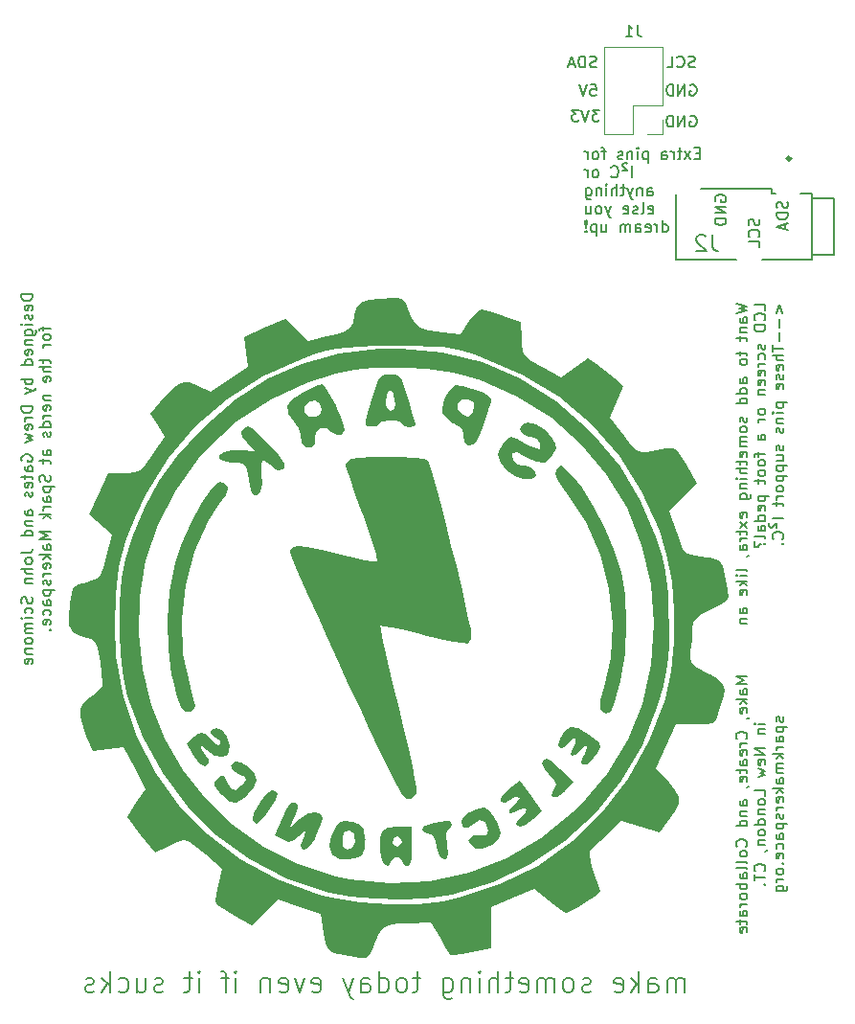
<source format=gbr>
%TF.GenerationSoftware,KiCad,Pcbnew,(6.0.4)*%
%TF.CreationDate,2022-06-27T22:40:44-04:00*%
%TF.ProjectId,xiao-rp2040-keypad,7869616f-2d72-4703-9230-34302d6b6579,rev?*%
%TF.SameCoordinates,Original*%
%TF.FileFunction,Legend,Bot*%
%TF.FilePolarity,Positive*%
%FSLAX46Y46*%
G04 Gerber Fmt 4.6, Leading zero omitted, Abs format (unit mm)*
G04 Created by KiCad (PCBNEW (6.0.4)) date 2022-06-27 22:40:44*
%MOMM*%
%LPD*%
G01*
G04 APERTURE LIST*
%ADD10C,0.153000*%
%ADD11C,0.150000*%
%ADD12C,0.127000*%
%ADD13C,0.300000*%
%ADD14C,0.120000*%
G04 APERTURE END LIST*
D10*
X154869227Y-64785714D02*
X154916846Y-64928571D01*
X154916846Y-65166666D01*
X154869227Y-65261904D01*
X154821608Y-65309523D01*
X154726370Y-65357142D01*
X154631132Y-65357142D01*
X154535894Y-65309523D01*
X154488275Y-65261904D01*
X154440656Y-65166666D01*
X154393037Y-64976190D01*
X154345418Y-64880952D01*
X154297799Y-64833333D01*
X154202561Y-64785714D01*
X154107323Y-64785714D01*
X154012085Y-64833333D01*
X153964466Y-64880952D01*
X153916846Y-64976190D01*
X153916846Y-65214285D01*
X153964466Y-65357142D01*
X154916846Y-65785714D02*
X153916846Y-65785714D01*
X153916846Y-66023809D01*
X153964466Y-66166666D01*
X154059704Y-66261904D01*
X154154942Y-66309523D01*
X154345418Y-66357142D01*
X154488275Y-66357142D01*
X154678751Y-66309523D01*
X154773989Y-66261904D01*
X154869227Y-66166666D01*
X154916846Y-66023809D01*
X154916846Y-65785714D01*
X154631132Y-66738095D02*
X154631132Y-67214285D01*
X154916846Y-66642857D02*
X153916846Y-66976190D01*
X154916846Y-67309523D01*
X147099630Y-60494105D02*
X146766296Y-60494105D01*
X146623439Y-61017914D02*
X147099630Y-61017914D01*
X147099630Y-60017914D01*
X146623439Y-60017914D01*
X146290106Y-61017914D02*
X145766296Y-60351248D01*
X146290106Y-60351248D02*
X145766296Y-61017914D01*
X145528201Y-60351248D02*
X145147249Y-60351248D01*
X145385344Y-60017914D02*
X145385344Y-60875057D01*
X145337725Y-60970295D01*
X145242487Y-61017914D01*
X145147249Y-61017914D01*
X144813916Y-61017914D02*
X144813916Y-60351248D01*
X144813916Y-60541724D02*
X144766296Y-60446486D01*
X144718677Y-60398867D01*
X144623439Y-60351248D01*
X144528201Y-60351248D01*
X143766296Y-61017914D02*
X143766296Y-60494105D01*
X143813916Y-60398867D01*
X143909154Y-60351248D01*
X144099630Y-60351248D01*
X144194868Y-60398867D01*
X143766296Y-60970295D02*
X143861535Y-61017914D01*
X144099630Y-61017914D01*
X144194868Y-60970295D01*
X144242487Y-60875057D01*
X144242487Y-60779819D01*
X144194868Y-60684581D01*
X144099630Y-60636962D01*
X143861535Y-60636962D01*
X143766296Y-60589343D01*
X142528201Y-60351248D02*
X142528201Y-61351248D01*
X142528201Y-60398867D02*
X142432963Y-60351248D01*
X142242487Y-60351248D01*
X142147249Y-60398867D01*
X142099630Y-60446486D01*
X142052011Y-60541724D01*
X142052011Y-60827438D01*
X142099630Y-60922676D01*
X142147249Y-60970295D01*
X142242487Y-61017914D01*
X142432963Y-61017914D01*
X142528201Y-60970295D01*
X141623439Y-61017914D02*
X141623439Y-60351248D01*
X141623439Y-60017914D02*
X141671058Y-60065534D01*
X141623439Y-60113153D01*
X141575820Y-60065534D01*
X141623439Y-60017914D01*
X141623439Y-60113153D01*
X141147249Y-60351248D02*
X141147249Y-61017914D01*
X141147249Y-60446486D02*
X141099630Y-60398867D01*
X141004392Y-60351248D01*
X140861535Y-60351248D01*
X140766296Y-60398867D01*
X140718677Y-60494105D01*
X140718677Y-61017914D01*
X140290106Y-60970295D02*
X140194868Y-61017914D01*
X140004392Y-61017914D01*
X139909154Y-60970295D01*
X139861535Y-60875057D01*
X139861535Y-60827438D01*
X139909154Y-60732200D01*
X140004392Y-60684581D01*
X140147249Y-60684581D01*
X140242487Y-60636962D01*
X140290106Y-60541724D01*
X140290106Y-60494105D01*
X140242487Y-60398867D01*
X140147249Y-60351248D01*
X140004392Y-60351248D01*
X139909154Y-60398867D01*
X138813916Y-60351248D02*
X138432963Y-60351248D01*
X138671058Y-61017914D02*
X138671058Y-60160772D01*
X138623439Y-60065534D01*
X138528201Y-60017914D01*
X138432963Y-60017914D01*
X137956773Y-61017914D02*
X138052011Y-60970295D01*
X138099630Y-60922676D01*
X138147249Y-60827438D01*
X138147249Y-60541724D01*
X138099630Y-60446486D01*
X138052011Y-60398867D01*
X137956773Y-60351248D01*
X137813916Y-60351248D01*
X137718677Y-60398867D01*
X137671058Y-60446486D01*
X137623439Y-60541724D01*
X137623439Y-60827438D01*
X137671058Y-60922676D01*
X137718677Y-60970295D01*
X137813916Y-61017914D01*
X137956773Y-61017914D01*
X137194868Y-61017914D02*
X137194868Y-60351248D01*
X137194868Y-60541724D02*
X137147249Y-60446486D01*
X137099630Y-60398867D01*
X137004392Y-60351248D01*
X136909154Y-60351248D01*
X141099630Y-62627914D02*
X141099630Y-61627914D01*
X140671058Y-61389819D02*
X140575820Y-61342200D01*
X140432963Y-61342200D01*
X140337725Y-61389819D01*
X140290106Y-61485057D01*
X140290106Y-61580295D01*
X140337725Y-61675534D01*
X140671058Y-62008867D01*
X140290106Y-62008867D01*
X139290106Y-62532676D02*
X139337725Y-62580295D01*
X139480582Y-62627914D01*
X139575820Y-62627914D01*
X139718677Y-62580295D01*
X139813916Y-62485057D01*
X139861535Y-62389819D01*
X139909154Y-62199343D01*
X139909154Y-62056486D01*
X139861535Y-61866010D01*
X139813916Y-61770772D01*
X139718677Y-61675534D01*
X139575820Y-61627914D01*
X139480582Y-61627914D01*
X139337725Y-61675534D01*
X139290106Y-61723153D01*
X137956773Y-62627914D02*
X138052011Y-62580295D01*
X138099630Y-62532676D01*
X138147249Y-62437438D01*
X138147249Y-62151724D01*
X138099630Y-62056486D01*
X138052011Y-62008867D01*
X137956773Y-61961248D01*
X137813916Y-61961248D01*
X137718677Y-62008867D01*
X137671058Y-62056486D01*
X137623439Y-62151724D01*
X137623439Y-62437438D01*
X137671058Y-62532676D01*
X137718677Y-62580295D01*
X137813916Y-62627914D01*
X137956773Y-62627914D01*
X137194868Y-62627914D02*
X137194868Y-61961248D01*
X137194868Y-62151724D02*
X137147249Y-62056486D01*
X137099630Y-62008867D01*
X137004392Y-61961248D01*
X136909154Y-61961248D01*
X142480582Y-64237914D02*
X142480582Y-63714105D01*
X142528201Y-63618867D01*
X142623439Y-63571248D01*
X142813916Y-63571248D01*
X142909154Y-63618867D01*
X142480582Y-64190295D02*
X142575820Y-64237914D01*
X142813916Y-64237914D01*
X142909154Y-64190295D01*
X142956773Y-64095057D01*
X142956773Y-63999819D01*
X142909154Y-63904581D01*
X142813916Y-63856962D01*
X142575820Y-63856962D01*
X142480582Y-63809343D01*
X142004392Y-63571248D02*
X142004392Y-64237914D01*
X142004392Y-63666486D02*
X141956773Y-63618867D01*
X141861535Y-63571248D01*
X141718677Y-63571248D01*
X141623439Y-63618867D01*
X141575820Y-63714105D01*
X141575820Y-64237914D01*
X141194868Y-63571248D02*
X140956773Y-64237914D01*
X140718677Y-63571248D02*
X140956773Y-64237914D01*
X141052011Y-64476010D01*
X141099630Y-64523629D01*
X141194868Y-64571248D01*
X140480582Y-63571248D02*
X140099630Y-63571248D01*
X140337725Y-63237914D02*
X140337725Y-64095057D01*
X140290106Y-64190295D01*
X140194868Y-64237914D01*
X140099630Y-64237914D01*
X139766296Y-64237914D02*
X139766296Y-63237914D01*
X139337725Y-64237914D02*
X139337725Y-63714105D01*
X139385344Y-63618867D01*
X139480582Y-63571248D01*
X139623439Y-63571248D01*
X139718677Y-63618867D01*
X139766296Y-63666486D01*
X138861535Y-64237914D02*
X138861535Y-63571248D01*
X138861535Y-63237914D02*
X138909154Y-63285534D01*
X138861535Y-63333153D01*
X138813916Y-63285534D01*
X138861535Y-63237914D01*
X138861535Y-63333153D01*
X138385344Y-63571248D02*
X138385344Y-64237914D01*
X138385344Y-63666486D02*
X138337725Y-63618867D01*
X138242487Y-63571248D01*
X138099630Y-63571248D01*
X138004392Y-63618867D01*
X137956773Y-63714105D01*
X137956773Y-64237914D01*
X137052011Y-63571248D02*
X137052011Y-64380772D01*
X137099630Y-64476010D01*
X137147249Y-64523629D01*
X137242487Y-64571248D01*
X137385344Y-64571248D01*
X137480582Y-64523629D01*
X137052011Y-64190295D02*
X137147249Y-64237914D01*
X137337725Y-64237914D01*
X137432963Y-64190295D01*
X137480582Y-64142676D01*
X137528201Y-64047438D01*
X137528201Y-63761724D01*
X137480582Y-63666486D01*
X137432963Y-63618867D01*
X137337725Y-63571248D01*
X137147249Y-63571248D01*
X137052011Y-63618867D01*
X142575820Y-65800295D02*
X142671058Y-65847914D01*
X142861535Y-65847914D01*
X142956773Y-65800295D01*
X143004392Y-65705057D01*
X143004392Y-65324105D01*
X142956773Y-65228867D01*
X142861535Y-65181248D01*
X142671058Y-65181248D01*
X142575820Y-65228867D01*
X142528201Y-65324105D01*
X142528201Y-65419343D01*
X143004392Y-65514581D01*
X141956773Y-65847914D02*
X142052011Y-65800295D01*
X142099630Y-65705057D01*
X142099630Y-64847914D01*
X141623439Y-65800295D02*
X141528201Y-65847914D01*
X141337725Y-65847914D01*
X141242487Y-65800295D01*
X141194868Y-65705057D01*
X141194868Y-65657438D01*
X141242487Y-65562200D01*
X141337725Y-65514581D01*
X141480582Y-65514581D01*
X141575820Y-65466962D01*
X141623439Y-65371724D01*
X141623439Y-65324105D01*
X141575820Y-65228867D01*
X141480582Y-65181248D01*
X141337725Y-65181248D01*
X141242487Y-65228867D01*
X140385344Y-65800295D02*
X140480582Y-65847914D01*
X140671058Y-65847914D01*
X140766296Y-65800295D01*
X140813916Y-65705057D01*
X140813916Y-65324105D01*
X140766296Y-65228867D01*
X140671058Y-65181248D01*
X140480582Y-65181248D01*
X140385344Y-65228867D01*
X140337725Y-65324105D01*
X140337725Y-65419343D01*
X140813916Y-65514581D01*
X139242487Y-65181248D02*
X139004392Y-65847914D01*
X138766296Y-65181248D02*
X139004392Y-65847914D01*
X139099630Y-66086010D01*
X139147249Y-66133629D01*
X139242487Y-66181248D01*
X138242487Y-65847914D02*
X138337725Y-65800295D01*
X138385344Y-65752676D01*
X138432963Y-65657438D01*
X138432963Y-65371724D01*
X138385344Y-65276486D01*
X138337725Y-65228867D01*
X138242487Y-65181248D01*
X138099630Y-65181248D01*
X138004392Y-65228867D01*
X137956773Y-65276486D01*
X137909154Y-65371724D01*
X137909154Y-65657438D01*
X137956773Y-65752676D01*
X138004392Y-65800295D01*
X138099630Y-65847914D01*
X138242487Y-65847914D01*
X137052011Y-65181248D02*
X137052011Y-65847914D01*
X137480582Y-65181248D02*
X137480582Y-65705057D01*
X137432963Y-65800295D01*
X137337725Y-65847914D01*
X137194868Y-65847914D01*
X137099630Y-65800295D01*
X137052011Y-65752676D01*
X143813916Y-67457914D02*
X143813916Y-66457914D01*
X143813916Y-67410295D02*
X143909154Y-67457914D01*
X144099630Y-67457914D01*
X144194868Y-67410295D01*
X144242487Y-67362676D01*
X144290106Y-67267438D01*
X144290106Y-66981724D01*
X144242487Y-66886486D01*
X144194868Y-66838867D01*
X144099630Y-66791248D01*
X143909154Y-66791248D01*
X143813916Y-66838867D01*
X143337725Y-67457914D02*
X143337725Y-66791248D01*
X143337725Y-66981724D02*
X143290106Y-66886486D01*
X143242487Y-66838867D01*
X143147249Y-66791248D01*
X143052011Y-66791248D01*
X142337725Y-67410295D02*
X142432963Y-67457914D01*
X142623439Y-67457914D01*
X142718677Y-67410295D01*
X142766296Y-67315057D01*
X142766296Y-66934105D01*
X142718677Y-66838867D01*
X142623439Y-66791248D01*
X142432963Y-66791248D01*
X142337725Y-66838867D01*
X142290106Y-66934105D01*
X142290106Y-67029343D01*
X142766296Y-67124581D01*
X141432963Y-67457914D02*
X141432963Y-66934105D01*
X141480582Y-66838867D01*
X141575820Y-66791248D01*
X141766296Y-66791248D01*
X141861535Y-66838867D01*
X141432963Y-67410295D02*
X141528201Y-67457914D01*
X141766296Y-67457914D01*
X141861535Y-67410295D01*
X141909154Y-67315057D01*
X141909154Y-67219819D01*
X141861535Y-67124581D01*
X141766296Y-67076962D01*
X141528201Y-67076962D01*
X141432963Y-67029343D01*
X140956773Y-67457914D02*
X140956773Y-66791248D01*
X140956773Y-66886486D02*
X140909154Y-66838867D01*
X140813916Y-66791248D01*
X140671058Y-66791248D01*
X140575820Y-66838867D01*
X140528201Y-66934105D01*
X140528201Y-67457914D01*
X140528201Y-66934105D02*
X140480582Y-66838867D01*
X140385344Y-66791248D01*
X140242487Y-66791248D01*
X140147249Y-66838867D01*
X140099630Y-66934105D01*
X140099630Y-67457914D01*
X138432963Y-66791248D02*
X138432963Y-67457914D01*
X138861535Y-66791248D02*
X138861535Y-67315057D01*
X138813916Y-67410295D01*
X138718677Y-67457914D01*
X138575820Y-67457914D01*
X138480582Y-67410295D01*
X138432963Y-67362676D01*
X137956773Y-66791248D02*
X137956773Y-67791248D01*
X137956773Y-66838867D02*
X137861535Y-66791248D01*
X137671058Y-66791248D01*
X137575820Y-66838867D01*
X137528201Y-66886486D01*
X137480582Y-66981724D01*
X137480582Y-67267438D01*
X137528201Y-67362676D01*
X137575820Y-67410295D01*
X137671058Y-67457914D01*
X137861535Y-67457914D01*
X137956773Y-67410295D01*
X137052011Y-67362676D02*
X137004392Y-67410295D01*
X137052011Y-67457914D01*
X137099630Y-67410295D01*
X137052011Y-67362676D01*
X137052011Y-67457914D01*
X137052011Y-67076962D02*
X137099630Y-66505534D01*
X137052011Y-66457914D01*
X137004392Y-66505534D01*
X137052011Y-67076962D01*
X137052011Y-66457914D01*
X137440476Y-54412380D02*
X137916666Y-54412380D01*
X137964285Y-54888571D01*
X137916666Y-54840952D01*
X137821428Y-54793333D01*
X137583333Y-54793333D01*
X137488095Y-54840952D01*
X137440476Y-54888571D01*
X137392857Y-54983809D01*
X137392857Y-55221904D01*
X137440476Y-55317142D01*
X137488095Y-55364761D01*
X137583333Y-55412380D01*
X137821428Y-55412380D01*
X137916666Y-55364761D01*
X137964285Y-55317142D01*
X137107142Y-54412380D02*
X136773809Y-55412380D01*
X136440476Y-54412380D01*
D11*
X138238095Y-56662380D02*
X137619047Y-56662380D01*
X137952380Y-57043333D01*
X137809523Y-57043333D01*
X137714285Y-57090952D01*
X137666666Y-57138571D01*
X137619047Y-57233809D01*
X137619047Y-57471904D01*
X137666666Y-57567142D01*
X137714285Y-57614761D01*
X137809523Y-57662380D01*
X138095238Y-57662380D01*
X138190476Y-57614761D01*
X138238095Y-57567142D01*
X137333333Y-56662380D02*
X137000000Y-57662380D01*
X136666666Y-56662380D01*
X136428571Y-56662380D02*
X135809523Y-56662380D01*
X136142857Y-57043333D01*
X136000000Y-57043333D01*
X135904761Y-57090952D01*
X135857142Y-57138571D01*
X135809523Y-57233809D01*
X135809523Y-57471904D01*
X135857142Y-57567142D01*
X135904761Y-57614761D01*
X136000000Y-57662380D01*
X136285714Y-57662380D01*
X136380952Y-57614761D01*
X136428571Y-57567142D01*
D10*
X152369227Y-66309523D02*
X152416846Y-66452380D01*
X152416846Y-66690476D01*
X152369227Y-66785714D01*
X152321608Y-66833333D01*
X152226370Y-66880952D01*
X152131132Y-66880952D01*
X152035894Y-66833333D01*
X151988275Y-66785714D01*
X151940656Y-66690476D01*
X151893037Y-66500000D01*
X151845418Y-66404761D01*
X151797799Y-66357142D01*
X151702561Y-66309523D01*
X151607323Y-66309523D01*
X151512085Y-66357142D01*
X151464466Y-66404761D01*
X151416846Y-66500000D01*
X151416846Y-66738095D01*
X151464466Y-66880952D01*
X152321608Y-67880952D02*
X152369227Y-67833333D01*
X152416846Y-67690476D01*
X152416846Y-67595238D01*
X152369227Y-67452380D01*
X152273989Y-67357142D01*
X152178751Y-67309523D01*
X151988275Y-67261904D01*
X151845418Y-67261904D01*
X151654942Y-67309523D01*
X151559704Y-67357142D01*
X151464466Y-67452380D01*
X151416846Y-67595238D01*
X151416846Y-67690476D01*
X151464466Y-67833333D01*
X151512085Y-67880952D01*
X152416846Y-68785714D02*
X152416846Y-68309523D01*
X151416846Y-68309523D01*
X145757322Y-134624819D02*
X145757322Y-133424819D01*
X145757322Y-133596248D02*
X145671607Y-133510534D01*
X145500179Y-133424819D01*
X145243036Y-133424819D01*
X145071607Y-133510534D01*
X144985893Y-133681962D01*
X144985893Y-134624819D01*
X144985893Y-133681962D02*
X144900179Y-133510534D01*
X144728750Y-133424819D01*
X144471607Y-133424819D01*
X144300179Y-133510534D01*
X144214465Y-133681962D01*
X144214465Y-134624819D01*
X142585893Y-134624819D02*
X142585893Y-133681962D01*
X142671607Y-133510534D01*
X142843036Y-133424819D01*
X143185893Y-133424819D01*
X143357322Y-133510534D01*
X142585893Y-134539105D02*
X142757322Y-134624819D01*
X143185893Y-134624819D01*
X143357322Y-134539105D01*
X143443036Y-134367676D01*
X143443036Y-134196248D01*
X143357322Y-134024819D01*
X143185893Y-133939105D01*
X142757322Y-133939105D01*
X142585893Y-133853391D01*
X141728750Y-134624819D02*
X141728750Y-132824819D01*
X141557322Y-133939105D02*
X141043036Y-134624819D01*
X141043036Y-133424819D02*
X141728750Y-134110534D01*
X139585893Y-134539105D02*
X139757322Y-134624819D01*
X140100179Y-134624819D01*
X140271607Y-134539105D01*
X140357322Y-134367676D01*
X140357322Y-133681962D01*
X140271607Y-133510534D01*
X140100179Y-133424819D01*
X139757322Y-133424819D01*
X139585893Y-133510534D01*
X139500179Y-133681962D01*
X139500179Y-133853391D01*
X140357322Y-134024819D01*
X137443036Y-134539105D02*
X137271607Y-134624819D01*
X136928750Y-134624819D01*
X136757322Y-134539105D01*
X136671607Y-134367676D01*
X136671607Y-134281962D01*
X136757322Y-134110534D01*
X136928750Y-134024819D01*
X137185893Y-134024819D01*
X137357322Y-133939105D01*
X137443036Y-133767676D01*
X137443036Y-133681962D01*
X137357322Y-133510534D01*
X137185893Y-133424819D01*
X136928750Y-133424819D01*
X136757322Y-133510534D01*
X135643036Y-134624819D02*
X135814465Y-134539105D01*
X135900179Y-134453391D01*
X135985893Y-134281962D01*
X135985893Y-133767676D01*
X135900179Y-133596248D01*
X135814465Y-133510534D01*
X135643036Y-133424819D01*
X135385893Y-133424819D01*
X135214465Y-133510534D01*
X135128750Y-133596248D01*
X135043036Y-133767676D01*
X135043036Y-134281962D01*
X135128750Y-134453391D01*
X135214465Y-134539105D01*
X135385893Y-134624819D01*
X135643036Y-134624819D01*
X134271607Y-134624819D02*
X134271607Y-133424819D01*
X134271607Y-133596248D02*
X134185893Y-133510534D01*
X134014465Y-133424819D01*
X133757322Y-133424819D01*
X133585893Y-133510534D01*
X133500179Y-133681962D01*
X133500179Y-134624819D01*
X133500179Y-133681962D02*
X133414465Y-133510534D01*
X133243036Y-133424819D01*
X132985893Y-133424819D01*
X132814465Y-133510534D01*
X132728750Y-133681962D01*
X132728750Y-134624819D01*
X131185893Y-134539105D02*
X131357322Y-134624819D01*
X131700179Y-134624819D01*
X131871607Y-134539105D01*
X131957322Y-134367676D01*
X131957322Y-133681962D01*
X131871607Y-133510534D01*
X131700179Y-133424819D01*
X131357322Y-133424819D01*
X131185893Y-133510534D01*
X131100179Y-133681962D01*
X131100179Y-133853391D01*
X131957322Y-134024819D01*
X130585893Y-133424819D02*
X129900179Y-133424819D01*
X130328750Y-132824819D02*
X130328750Y-134367676D01*
X130243036Y-134539105D01*
X130071607Y-134624819D01*
X129900179Y-134624819D01*
X129300179Y-134624819D02*
X129300179Y-132824819D01*
X128528750Y-134624819D02*
X128528750Y-133681962D01*
X128614465Y-133510534D01*
X128785893Y-133424819D01*
X129043036Y-133424819D01*
X129214465Y-133510534D01*
X129300179Y-133596248D01*
X127671607Y-134624819D02*
X127671607Y-133424819D01*
X127671607Y-132824819D02*
X127757322Y-132910534D01*
X127671607Y-132996248D01*
X127585893Y-132910534D01*
X127671607Y-132824819D01*
X127671607Y-132996248D01*
X126814465Y-133424819D02*
X126814465Y-134624819D01*
X126814465Y-133596248D02*
X126728750Y-133510534D01*
X126557322Y-133424819D01*
X126300179Y-133424819D01*
X126128750Y-133510534D01*
X126043036Y-133681962D01*
X126043036Y-134624819D01*
X124414465Y-133424819D02*
X124414465Y-134881962D01*
X124500179Y-135053391D01*
X124585893Y-135139105D01*
X124757322Y-135224819D01*
X125014465Y-135224819D01*
X125185893Y-135139105D01*
X124414465Y-134539105D02*
X124585893Y-134624819D01*
X124928750Y-134624819D01*
X125100179Y-134539105D01*
X125185893Y-134453391D01*
X125271607Y-134281962D01*
X125271607Y-133767676D01*
X125185893Y-133596248D01*
X125100179Y-133510534D01*
X124928750Y-133424819D01*
X124585893Y-133424819D01*
X124414465Y-133510534D01*
X122443036Y-133424819D02*
X121757322Y-133424819D01*
X122185893Y-132824819D02*
X122185893Y-134367676D01*
X122100179Y-134539105D01*
X121928750Y-134624819D01*
X121757322Y-134624819D01*
X120900179Y-134624819D02*
X121071607Y-134539105D01*
X121157322Y-134453391D01*
X121243036Y-134281962D01*
X121243036Y-133767676D01*
X121157322Y-133596248D01*
X121071607Y-133510534D01*
X120900179Y-133424819D01*
X120643036Y-133424819D01*
X120471607Y-133510534D01*
X120385893Y-133596248D01*
X120300179Y-133767676D01*
X120300179Y-134281962D01*
X120385893Y-134453391D01*
X120471607Y-134539105D01*
X120643036Y-134624819D01*
X120900179Y-134624819D01*
X118757322Y-134624819D02*
X118757322Y-132824819D01*
X118757322Y-134539105D02*
X118928750Y-134624819D01*
X119271607Y-134624819D01*
X119443036Y-134539105D01*
X119528750Y-134453391D01*
X119614465Y-134281962D01*
X119614465Y-133767676D01*
X119528750Y-133596248D01*
X119443036Y-133510534D01*
X119271607Y-133424819D01*
X118928750Y-133424819D01*
X118757322Y-133510534D01*
X117128750Y-134624819D02*
X117128750Y-133681962D01*
X117214465Y-133510534D01*
X117385893Y-133424819D01*
X117728750Y-133424819D01*
X117900179Y-133510534D01*
X117128750Y-134539105D02*
X117300179Y-134624819D01*
X117728750Y-134624819D01*
X117900179Y-134539105D01*
X117985893Y-134367676D01*
X117985893Y-134196248D01*
X117900179Y-134024819D01*
X117728750Y-133939105D01*
X117300179Y-133939105D01*
X117128750Y-133853391D01*
X116443036Y-133424819D02*
X116014465Y-134624819D01*
X115585893Y-133424819D02*
X116014465Y-134624819D01*
X116185893Y-135053391D01*
X116271607Y-135139105D01*
X116443036Y-135224819D01*
X112843036Y-134539105D02*
X113014465Y-134624819D01*
X113357322Y-134624819D01*
X113528750Y-134539105D01*
X113614465Y-134367676D01*
X113614465Y-133681962D01*
X113528750Y-133510534D01*
X113357322Y-133424819D01*
X113014465Y-133424819D01*
X112843036Y-133510534D01*
X112757322Y-133681962D01*
X112757322Y-133853391D01*
X113614465Y-134024819D01*
X112157322Y-133424819D02*
X111728750Y-134624819D01*
X111300179Y-133424819D01*
X109928750Y-134539105D02*
X110100179Y-134624819D01*
X110443036Y-134624819D01*
X110614465Y-134539105D01*
X110700179Y-134367676D01*
X110700179Y-133681962D01*
X110614465Y-133510534D01*
X110443036Y-133424819D01*
X110100179Y-133424819D01*
X109928750Y-133510534D01*
X109843036Y-133681962D01*
X109843036Y-133853391D01*
X110700179Y-134024819D01*
X109071607Y-133424819D02*
X109071607Y-134624819D01*
X109071607Y-133596248D02*
X108985893Y-133510534D01*
X108814465Y-133424819D01*
X108557322Y-133424819D01*
X108385893Y-133510534D01*
X108300179Y-133681962D01*
X108300179Y-134624819D01*
X106071607Y-134624819D02*
X106071607Y-133424819D01*
X106071607Y-132824819D02*
X106157322Y-132910534D01*
X106071607Y-132996248D01*
X105985893Y-132910534D01*
X106071607Y-132824819D01*
X106071607Y-132996248D01*
X105471607Y-133424819D02*
X104785893Y-133424819D01*
X105214465Y-134624819D02*
X105214465Y-133081962D01*
X105128750Y-132910534D01*
X104957322Y-132824819D01*
X104785893Y-132824819D01*
X102814465Y-134624819D02*
X102814465Y-133424819D01*
X102814465Y-132824819D02*
X102900179Y-132910534D01*
X102814465Y-132996248D01*
X102728750Y-132910534D01*
X102814465Y-132824819D01*
X102814465Y-132996248D01*
X102214465Y-133424819D02*
X101528750Y-133424819D01*
X101957322Y-132824819D02*
X101957322Y-134367676D01*
X101871607Y-134539105D01*
X101700179Y-134624819D01*
X101528750Y-134624819D01*
X99643036Y-134539105D02*
X99471607Y-134624819D01*
X99128750Y-134624819D01*
X98957322Y-134539105D01*
X98871607Y-134367676D01*
X98871607Y-134281962D01*
X98957322Y-134110534D01*
X99128750Y-134024819D01*
X99385893Y-134024819D01*
X99557322Y-133939105D01*
X99643036Y-133767676D01*
X99643036Y-133681962D01*
X99557322Y-133510534D01*
X99385893Y-133424819D01*
X99128750Y-133424819D01*
X98957322Y-133510534D01*
X97328750Y-133424819D02*
X97328750Y-134624819D01*
X98100179Y-133424819D02*
X98100179Y-134367676D01*
X98014465Y-134539105D01*
X97843036Y-134624819D01*
X97585893Y-134624819D01*
X97414465Y-134539105D01*
X97328750Y-134453391D01*
X95700179Y-134539105D02*
X95871607Y-134624819D01*
X96214465Y-134624819D01*
X96385893Y-134539105D01*
X96471607Y-134453391D01*
X96557322Y-134281962D01*
X96557322Y-133767676D01*
X96471607Y-133596248D01*
X96385893Y-133510534D01*
X96214465Y-133424819D01*
X95871607Y-133424819D01*
X95700179Y-133510534D01*
X94928750Y-134624819D02*
X94928750Y-132824819D01*
X94757322Y-133939105D02*
X94243036Y-134624819D01*
X94243036Y-133424819D02*
X94928750Y-134110534D01*
X93557322Y-134539105D02*
X93385893Y-134624819D01*
X93043036Y-134624819D01*
X92871607Y-134539105D01*
X92785893Y-134367676D01*
X92785893Y-134281962D01*
X92871607Y-134110534D01*
X93043036Y-134024819D01*
X93300179Y-134024819D01*
X93471607Y-133939105D01*
X93557322Y-133767676D01*
X93557322Y-133681962D01*
X93471607Y-133510534D01*
X93300179Y-133424819D01*
X93043036Y-133424819D01*
X92871607Y-133510534D01*
X88111846Y-72976010D02*
X87111846Y-72976010D01*
X87111846Y-73214105D01*
X87159466Y-73356962D01*
X87254704Y-73452200D01*
X87349942Y-73499819D01*
X87540418Y-73547438D01*
X87683275Y-73547438D01*
X87873751Y-73499819D01*
X87968989Y-73452200D01*
X88064227Y-73356962D01*
X88111846Y-73214105D01*
X88111846Y-72976010D01*
X88064227Y-74356962D02*
X88111846Y-74261724D01*
X88111846Y-74071248D01*
X88064227Y-73976010D01*
X87968989Y-73928391D01*
X87588037Y-73928391D01*
X87492799Y-73976010D01*
X87445180Y-74071248D01*
X87445180Y-74261724D01*
X87492799Y-74356962D01*
X87588037Y-74404581D01*
X87683275Y-74404581D01*
X87778513Y-73928391D01*
X88064227Y-74785534D02*
X88111846Y-74880772D01*
X88111846Y-75071248D01*
X88064227Y-75166486D01*
X87968989Y-75214105D01*
X87921370Y-75214105D01*
X87826132Y-75166486D01*
X87778513Y-75071248D01*
X87778513Y-74928391D01*
X87730894Y-74833153D01*
X87635656Y-74785534D01*
X87588037Y-74785534D01*
X87492799Y-74833153D01*
X87445180Y-74928391D01*
X87445180Y-75071248D01*
X87492799Y-75166486D01*
X88111846Y-75642676D02*
X87445180Y-75642676D01*
X87111846Y-75642676D02*
X87159466Y-75595057D01*
X87207085Y-75642676D01*
X87159466Y-75690295D01*
X87111846Y-75642676D01*
X87207085Y-75642676D01*
X87445180Y-76547438D02*
X88254704Y-76547438D01*
X88349942Y-76499819D01*
X88397561Y-76452200D01*
X88445180Y-76356962D01*
X88445180Y-76214105D01*
X88397561Y-76118867D01*
X88064227Y-76547438D02*
X88111846Y-76452200D01*
X88111846Y-76261724D01*
X88064227Y-76166486D01*
X88016608Y-76118867D01*
X87921370Y-76071248D01*
X87635656Y-76071248D01*
X87540418Y-76118867D01*
X87492799Y-76166486D01*
X87445180Y-76261724D01*
X87445180Y-76452200D01*
X87492799Y-76547438D01*
X87445180Y-77023629D02*
X88111846Y-77023629D01*
X87540418Y-77023629D02*
X87492799Y-77071248D01*
X87445180Y-77166486D01*
X87445180Y-77309343D01*
X87492799Y-77404581D01*
X87588037Y-77452200D01*
X88111846Y-77452200D01*
X88064227Y-78309343D02*
X88111846Y-78214105D01*
X88111846Y-78023629D01*
X88064227Y-77928391D01*
X87968989Y-77880772D01*
X87588037Y-77880772D01*
X87492799Y-77928391D01*
X87445180Y-78023629D01*
X87445180Y-78214105D01*
X87492799Y-78309343D01*
X87588037Y-78356962D01*
X87683275Y-78356962D01*
X87778513Y-77880772D01*
X88111846Y-79214105D02*
X87111846Y-79214105D01*
X88064227Y-79214105D02*
X88111846Y-79118867D01*
X88111846Y-78928391D01*
X88064227Y-78833153D01*
X88016608Y-78785534D01*
X87921370Y-78737914D01*
X87635656Y-78737914D01*
X87540418Y-78785534D01*
X87492799Y-78833153D01*
X87445180Y-78928391D01*
X87445180Y-79118867D01*
X87492799Y-79214105D01*
X88111846Y-80452200D02*
X87111846Y-80452200D01*
X87492799Y-80452200D02*
X87445180Y-80547438D01*
X87445180Y-80737914D01*
X87492799Y-80833153D01*
X87540418Y-80880772D01*
X87635656Y-80928391D01*
X87921370Y-80928391D01*
X88016608Y-80880772D01*
X88064227Y-80833153D01*
X88111846Y-80737914D01*
X88111846Y-80547438D01*
X88064227Y-80452200D01*
X87445180Y-81261724D02*
X88111846Y-81499819D01*
X87445180Y-81737914D02*
X88111846Y-81499819D01*
X88349942Y-81404581D01*
X88397561Y-81356962D01*
X88445180Y-81261724D01*
X88111846Y-82880772D02*
X87111846Y-82880772D01*
X87111846Y-83118867D01*
X87159466Y-83261724D01*
X87254704Y-83356962D01*
X87349942Y-83404581D01*
X87540418Y-83452200D01*
X87683275Y-83452200D01*
X87873751Y-83404581D01*
X87968989Y-83356962D01*
X88064227Y-83261724D01*
X88111846Y-83118867D01*
X88111846Y-82880772D01*
X88111846Y-83880772D02*
X87445180Y-83880772D01*
X87635656Y-83880772D02*
X87540418Y-83928391D01*
X87492799Y-83976010D01*
X87445180Y-84071248D01*
X87445180Y-84166486D01*
X88064227Y-84880772D02*
X88111846Y-84785534D01*
X88111846Y-84595057D01*
X88064227Y-84499819D01*
X87968989Y-84452200D01*
X87588037Y-84452200D01*
X87492799Y-84499819D01*
X87445180Y-84595057D01*
X87445180Y-84785534D01*
X87492799Y-84880772D01*
X87588037Y-84928391D01*
X87683275Y-84928391D01*
X87778513Y-84452200D01*
X87445180Y-85261724D02*
X88111846Y-85452200D01*
X87635656Y-85642676D01*
X88111846Y-85833153D01*
X87445180Y-86023629D01*
X87159466Y-87690295D02*
X87111846Y-87595057D01*
X87111846Y-87452200D01*
X87159466Y-87309343D01*
X87254704Y-87214105D01*
X87349942Y-87166486D01*
X87540418Y-87118867D01*
X87683275Y-87118867D01*
X87873751Y-87166486D01*
X87968989Y-87214105D01*
X88064227Y-87309343D01*
X88111846Y-87452200D01*
X88111846Y-87547438D01*
X88064227Y-87690295D01*
X88016608Y-87737914D01*
X87683275Y-87737914D01*
X87683275Y-87547438D01*
X88111846Y-88595057D02*
X87588037Y-88595057D01*
X87492799Y-88547438D01*
X87445180Y-88452200D01*
X87445180Y-88261724D01*
X87492799Y-88166486D01*
X88064227Y-88595057D02*
X88111846Y-88499819D01*
X88111846Y-88261724D01*
X88064227Y-88166486D01*
X87968989Y-88118867D01*
X87873751Y-88118867D01*
X87778513Y-88166486D01*
X87730894Y-88261724D01*
X87730894Y-88499819D01*
X87683275Y-88595057D01*
X87445180Y-88928391D02*
X87445180Y-89309343D01*
X87111846Y-89071248D02*
X87968989Y-89071248D01*
X88064227Y-89118867D01*
X88111846Y-89214105D01*
X88111846Y-89309343D01*
X88064227Y-90023629D02*
X88111846Y-89928391D01*
X88111846Y-89737914D01*
X88064227Y-89642676D01*
X87968989Y-89595057D01*
X87588037Y-89595057D01*
X87492799Y-89642676D01*
X87445180Y-89737914D01*
X87445180Y-89928391D01*
X87492799Y-90023629D01*
X87588037Y-90071248D01*
X87683275Y-90071248D01*
X87778513Y-89595057D01*
X88064227Y-90452200D02*
X88111846Y-90547438D01*
X88111846Y-90737914D01*
X88064227Y-90833153D01*
X87968989Y-90880772D01*
X87921370Y-90880772D01*
X87826132Y-90833153D01*
X87778513Y-90737914D01*
X87778513Y-90595057D01*
X87730894Y-90499819D01*
X87635656Y-90452200D01*
X87588037Y-90452200D01*
X87492799Y-90499819D01*
X87445180Y-90595057D01*
X87445180Y-90737914D01*
X87492799Y-90833153D01*
X88111846Y-92499819D02*
X87588037Y-92499819D01*
X87492799Y-92452200D01*
X87445180Y-92356962D01*
X87445180Y-92166486D01*
X87492799Y-92071248D01*
X88064227Y-92499819D02*
X88111846Y-92404581D01*
X88111846Y-92166486D01*
X88064227Y-92071248D01*
X87968989Y-92023629D01*
X87873751Y-92023629D01*
X87778513Y-92071248D01*
X87730894Y-92166486D01*
X87730894Y-92404581D01*
X87683275Y-92499819D01*
X87445180Y-92976010D02*
X88111846Y-92976010D01*
X87540418Y-92976010D02*
X87492799Y-93023629D01*
X87445180Y-93118867D01*
X87445180Y-93261724D01*
X87492799Y-93356962D01*
X87588037Y-93404581D01*
X88111846Y-93404581D01*
X88111846Y-94309343D02*
X87111846Y-94309343D01*
X88064227Y-94309343D02*
X88111846Y-94214105D01*
X88111846Y-94023629D01*
X88064227Y-93928391D01*
X88016608Y-93880772D01*
X87921370Y-93833153D01*
X87635656Y-93833153D01*
X87540418Y-93880772D01*
X87492799Y-93928391D01*
X87445180Y-94023629D01*
X87445180Y-94214105D01*
X87492799Y-94309343D01*
X87111846Y-95833153D02*
X87826132Y-95833153D01*
X87968989Y-95785533D01*
X88064227Y-95690295D01*
X88111846Y-95547438D01*
X88111846Y-95452200D01*
X88111846Y-96452200D02*
X88064227Y-96356962D01*
X88016608Y-96309343D01*
X87921370Y-96261724D01*
X87635656Y-96261724D01*
X87540418Y-96309343D01*
X87492799Y-96356962D01*
X87445180Y-96452200D01*
X87445180Y-96595057D01*
X87492799Y-96690295D01*
X87540418Y-96737914D01*
X87635656Y-96785533D01*
X87921370Y-96785533D01*
X88016608Y-96737914D01*
X88064227Y-96690295D01*
X88111846Y-96595057D01*
X88111846Y-96452200D01*
X88111846Y-97214105D02*
X87111846Y-97214105D01*
X88111846Y-97642676D02*
X87588037Y-97642676D01*
X87492799Y-97595057D01*
X87445180Y-97499819D01*
X87445180Y-97356962D01*
X87492799Y-97261724D01*
X87540418Y-97214105D01*
X87445180Y-98118867D02*
X88111846Y-98118867D01*
X87540418Y-98118867D02*
X87492799Y-98166486D01*
X87445180Y-98261724D01*
X87445180Y-98404581D01*
X87492799Y-98499819D01*
X87588037Y-98547438D01*
X88111846Y-98547438D01*
X88064227Y-99737914D02*
X88111846Y-99880772D01*
X88111846Y-100118867D01*
X88064227Y-100214105D01*
X88016608Y-100261724D01*
X87921370Y-100309343D01*
X87826132Y-100309343D01*
X87730894Y-100261724D01*
X87683275Y-100214105D01*
X87635656Y-100118867D01*
X87588037Y-99928391D01*
X87540418Y-99833153D01*
X87492799Y-99785533D01*
X87397561Y-99737914D01*
X87302323Y-99737914D01*
X87207085Y-99785533D01*
X87159466Y-99833153D01*
X87111846Y-99928391D01*
X87111846Y-100166486D01*
X87159466Y-100309343D01*
X88064227Y-101166486D02*
X88111846Y-101071248D01*
X88111846Y-100880772D01*
X88064227Y-100785533D01*
X88016608Y-100737914D01*
X87921370Y-100690295D01*
X87635656Y-100690295D01*
X87540418Y-100737914D01*
X87492799Y-100785533D01*
X87445180Y-100880772D01*
X87445180Y-101071248D01*
X87492799Y-101166486D01*
X88111846Y-101595057D02*
X87445180Y-101595057D01*
X87111846Y-101595057D02*
X87159466Y-101547438D01*
X87207085Y-101595057D01*
X87159466Y-101642676D01*
X87111846Y-101595057D01*
X87207085Y-101595057D01*
X88111846Y-102071248D02*
X87445180Y-102071248D01*
X87540418Y-102071248D02*
X87492799Y-102118867D01*
X87445180Y-102214105D01*
X87445180Y-102356962D01*
X87492799Y-102452200D01*
X87588037Y-102499819D01*
X88111846Y-102499819D01*
X87588037Y-102499819D02*
X87492799Y-102547438D01*
X87445180Y-102642676D01*
X87445180Y-102785533D01*
X87492799Y-102880772D01*
X87588037Y-102928391D01*
X88111846Y-102928391D01*
X88111846Y-103547438D02*
X88064227Y-103452200D01*
X88016608Y-103404581D01*
X87921370Y-103356962D01*
X87635656Y-103356962D01*
X87540418Y-103404581D01*
X87492799Y-103452200D01*
X87445180Y-103547438D01*
X87445180Y-103690295D01*
X87492799Y-103785533D01*
X87540418Y-103833153D01*
X87635656Y-103880772D01*
X87921370Y-103880772D01*
X88016608Y-103833153D01*
X88064227Y-103785533D01*
X88111846Y-103690295D01*
X88111846Y-103547438D01*
X87445180Y-104309343D02*
X88111846Y-104309343D01*
X87540418Y-104309343D02*
X87492799Y-104356962D01*
X87445180Y-104452200D01*
X87445180Y-104595057D01*
X87492799Y-104690295D01*
X87588037Y-104737914D01*
X88111846Y-104737914D01*
X88064227Y-105595057D02*
X88111846Y-105499819D01*
X88111846Y-105309343D01*
X88064227Y-105214105D01*
X87968989Y-105166486D01*
X87588037Y-105166486D01*
X87492799Y-105214105D01*
X87445180Y-105309343D01*
X87445180Y-105499819D01*
X87492799Y-105595057D01*
X87588037Y-105642676D01*
X87683275Y-105642676D01*
X87778513Y-105166486D01*
X89055180Y-75809343D02*
X89055180Y-76190295D01*
X89721846Y-75952200D02*
X88864704Y-75952200D01*
X88769466Y-75999819D01*
X88721846Y-76095057D01*
X88721846Y-76190295D01*
X89721846Y-76666486D02*
X89674227Y-76571248D01*
X89626608Y-76523629D01*
X89531370Y-76476010D01*
X89245656Y-76476010D01*
X89150418Y-76523629D01*
X89102799Y-76571248D01*
X89055180Y-76666486D01*
X89055180Y-76809343D01*
X89102799Y-76904581D01*
X89150418Y-76952200D01*
X89245656Y-76999819D01*
X89531370Y-76999819D01*
X89626608Y-76952200D01*
X89674227Y-76904581D01*
X89721846Y-76809343D01*
X89721846Y-76666486D01*
X89721846Y-77428391D02*
X89055180Y-77428391D01*
X89245656Y-77428391D02*
X89150418Y-77476010D01*
X89102799Y-77523629D01*
X89055180Y-77618867D01*
X89055180Y-77714105D01*
X89055180Y-78666486D02*
X89055180Y-79047438D01*
X88721846Y-78809343D02*
X89578989Y-78809343D01*
X89674227Y-78856962D01*
X89721846Y-78952200D01*
X89721846Y-79047438D01*
X89721846Y-79380772D02*
X88721846Y-79380772D01*
X89721846Y-79809343D02*
X89198037Y-79809343D01*
X89102799Y-79761724D01*
X89055180Y-79666486D01*
X89055180Y-79523629D01*
X89102799Y-79428391D01*
X89150418Y-79380772D01*
X89674227Y-80666486D02*
X89721846Y-80571248D01*
X89721846Y-80380772D01*
X89674227Y-80285533D01*
X89578989Y-80237914D01*
X89198037Y-80237914D01*
X89102799Y-80285533D01*
X89055180Y-80380772D01*
X89055180Y-80571248D01*
X89102799Y-80666486D01*
X89198037Y-80714105D01*
X89293275Y-80714105D01*
X89388513Y-80237914D01*
X89055180Y-81904581D02*
X89721846Y-81904581D01*
X89150418Y-81904581D02*
X89102799Y-81952200D01*
X89055180Y-82047438D01*
X89055180Y-82190295D01*
X89102799Y-82285533D01*
X89198037Y-82333153D01*
X89721846Y-82333153D01*
X89674227Y-83190295D02*
X89721846Y-83095057D01*
X89721846Y-82904581D01*
X89674227Y-82809343D01*
X89578989Y-82761724D01*
X89198037Y-82761724D01*
X89102799Y-82809343D01*
X89055180Y-82904581D01*
X89055180Y-83095057D01*
X89102799Y-83190295D01*
X89198037Y-83237914D01*
X89293275Y-83237914D01*
X89388513Y-82761724D01*
X89721846Y-83666486D02*
X89055180Y-83666486D01*
X89245656Y-83666486D02*
X89150418Y-83714105D01*
X89102799Y-83761724D01*
X89055180Y-83856962D01*
X89055180Y-83952200D01*
X89721846Y-84714105D02*
X88721846Y-84714105D01*
X89674227Y-84714105D02*
X89721846Y-84618867D01*
X89721846Y-84428391D01*
X89674227Y-84333153D01*
X89626608Y-84285533D01*
X89531370Y-84237914D01*
X89245656Y-84237914D01*
X89150418Y-84285533D01*
X89102799Y-84333153D01*
X89055180Y-84428391D01*
X89055180Y-84618867D01*
X89102799Y-84714105D01*
X89674227Y-85142676D02*
X89721846Y-85237914D01*
X89721846Y-85428391D01*
X89674227Y-85523629D01*
X89578989Y-85571248D01*
X89531370Y-85571248D01*
X89436132Y-85523629D01*
X89388513Y-85428391D01*
X89388513Y-85285533D01*
X89340894Y-85190295D01*
X89245656Y-85142676D01*
X89198037Y-85142676D01*
X89102799Y-85190295D01*
X89055180Y-85285533D01*
X89055180Y-85428391D01*
X89102799Y-85523629D01*
X89721846Y-87190295D02*
X89198037Y-87190295D01*
X89102799Y-87142676D01*
X89055180Y-87047438D01*
X89055180Y-86856962D01*
X89102799Y-86761724D01*
X89674227Y-87190295D02*
X89721846Y-87095057D01*
X89721846Y-86856962D01*
X89674227Y-86761724D01*
X89578989Y-86714105D01*
X89483751Y-86714105D01*
X89388513Y-86761724D01*
X89340894Y-86856962D01*
X89340894Y-87095057D01*
X89293275Y-87190295D01*
X89055180Y-87523629D02*
X89055180Y-87904581D01*
X88721846Y-87666486D02*
X89578989Y-87666486D01*
X89674227Y-87714105D01*
X89721846Y-87809343D01*
X89721846Y-87904581D01*
X89674227Y-88952200D02*
X89721846Y-89095057D01*
X89721846Y-89333153D01*
X89674227Y-89428391D01*
X89626608Y-89476010D01*
X89531370Y-89523629D01*
X89436132Y-89523629D01*
X89340894Y-89476010D01*
X89293275Y-89428391D01*
X89245656Y-89333153D01*
X89198037Y-89142676D01*
X89150418Y-89047438D01*
X89102799Y-88999819D01*
X89007561Y-88952200D01*
X88912323Y-88952200D01*
X88817085Y-88999819D01*
X88769466Y-89047438D01*
X88721846Y-89142676D01*
X88721846Y-89380772D01*
X88769466Y-89523629D01*
X89055180Y-89952200D02*
X90055180Y-89952200D01*
X89102799Y-89952200D02*
X89055180Y-90047438D01*
X89055180Y-90237914D01*
X89102799Y-90333153D01*
X89150418Y-90380772D01*
X89245656Y-90428391D01*
X89531370Y-90428391D01*
X89626608Y-90380772D01*
X89674227Y-90333153D01*
X89721846Y-90237914D01*
X89721846Y-90047438D01*
X89674227Y-89952200D01*
X89721846Y-91285533D02*
X89198037Y-91285533D01*
X89102799Y-91237914D01*
X89055180Y-91142676D01*
X89055180Y-90952200D01*
X89102799Y-90856962D01*
X89674227Y-91285533D02*
X89721846Y-91190295D01*
X89721846Y-90952200D01*
X89674227Y-90856962D01*
X89578989Y-90809343D01*
X89483751Y-90809343D01*
X89388513Y-90856962D01*
X89340894Y-90952200D01*
X89340894Y-91190295D01*
X89293275Y-91285533D01*
X89721846Y-91761724D02*
X89055180Y-91761724D01*
X89245656Y-91761724D02*
X89150418Y-91809343D01*
X89102799Y-91856962D01*
X89055180Y-91952200D01*
X89055180Y-92047438D01*
X89721846Y-92380772D02*
X88721846Y-92380772D01*
X89340894Y-92476010D02*
X89721846Y-92761724D01*
X89055180Y-92761724D02*
X89436132Y-92380772D01*
X89721846Y-93952200D02*
X88721846Y-93952200D01*
X89436132Y-94285533D01*
X88721846Y-94618867D01*
X89721846Y-94618867D01*
X89721846Y-95523629D02*
X89198037Y-95523629D01*
X89102799Y-95476010D01*
X89055180Y-95380772D01*
X89055180Y-95190295D01*
X89102799Y-95095057D01*
X89674227Y-95523629D02*
X89721846Y-95428391D01*
X89721846Y-95190295D01*
X89674227Y-95095057D01*
X89578989Y-95047438D01*
X89483751Y-95047438D01*
X89388513Y-95095057D01*
X89340894Y-95190295D01*
X89340894Y-95428391D01*
X89293275Y-95523629D01*
X89721846Y-95999819D02*
X88721846Y-95999819D01*
X89340894Y-96095057D02*
X89721846Y-96380772D01*
X89055180Y-96380772D02*
X89436132Y-95999819D01*
X89674227Y-97190295D02*
X89721846Y-97095057D01*
X89721846Y-96904581D01*
X89674227Y-96809343D01*
X89578989Y-96761724D01*
X89198037Y-96761724D01*
X89102799Y-96809343D01*
X89055180Y-96904581D01*
X89055180Y-97095057D01*
X89102799Y-97190295D01*
X89198037Y-97237914D01*
X89293275Y-97237914D01*
X89388513Y-96761724D01*
X89721846Y-97666486D02*
X89055180Y-97666486D01*
X89245656Y-97666486D02*
X89150418Y-97714105D01*
X89102799Y-97761724D01*
X89055180Y-97856962D01*
X89055180Y-97952200D01*
X89674227Y-98237914D02*
X89721846Y-98333153D01*
X89721846Y-98523629D01*
X89674227Y-98618867D01*
X89578989Y-98666486D01*
X89531370Y-98666486D01*
X89436132Y-98618867D01*
X89388513Y-98523629D01*
X89388513Y-98380772D01*
X89340894Y-98285533D01*
X89245656Y-98237914D01*
X89198037Y-98237914D01*
X89102799Y-98285533D01*
X89055180Y-98380772D01*
X89055180Y-98523629D01*
X89102799Y-98618867D01*
X89055180Y-99095057D02*
X90055180Y-99095057D01*
X89102799Y-99095057D02*
X89055180Y-99190295D01*
X89055180Y-99380772D01*
X89102799Y-99476010D01*
X89150418Y-99523629D01*
X89245656Y-99571248D01*
X89531370Y-99571248D01*
X89626608Y-99523629D01*
X89674227Y-99476010D01*
X89721846Y-99380772D01*
X89721846Y-99190295D01*
X89674227Y-99095057D01*
X89721846Y-100428391D02*
X89198037Y-100428391D01*
X89102799Y-100380772D01*
X89055180Y-100285533D01*
X89055180Y-100095057D01*
X89102799Y-99999819D01*
X89674227Y-100428391D02*
X89721846Y-100333153D01*
X89721846Y-100095057D01*
X89674227Y-99999819D01*
X89578989Y-99952200D01*
X89483751Y-99952200D01*
X89388513Y-99999819D01*
X89340894Y-100095057D01*
X89340894Y-100333153D01*
X89293275Y-100428391D01*
X89674227Y-101333153D02*
X89721846Y-101237914D01*
X89721846Y-101047438D01*
X89674227Y-100952200D01*
X89626608Y-100904581D01*
X89531370Y-100856962D01*
X89245656Y-100856962D01*
X89150418Y-100904581D01*
X89102799Y-100952200D01*
X89055180Y-101047438D01*
X89055180Y-101237914D01*
X89102799Y-101333153D01*
X89674227Y-102142676D02*
X89721846Y-102047438D01*
X89721846Y-101856962D01*
X89674227Y-101761724D01*
X89578989Y-101714105D01*
X89198037Y-101714105D01*
X89102799Y-101761724D01*
X89055180Y-101856962D01*
X89055180Y-102047438D01*
X89102799Y-102142676D01*
X89198037Y-102190295D01*
X89293275Y-102190295D01*
X89388513Y-101714105D01*
X89626608Y-102618867D02*
X89674227Y-102666486D01*
X89721846Y-102618867D01*
X89674227Y-102571248D01*
X89626608Y-102618867D01*
X89721846Y-102618867D01*
X146690476Y-52864761D02*
X146547619Y-52912380D01*
X146309523Y-52912380D01*
X146214285Y-52864761D01*
X146166666Y-52817142D01*
X146119047Y-52721904D01*
X146119047Y-52626666D01*
X146166666Y-52531428D01*
X146214285Y-52483809D01*
X146309523Y-52436190D01*
X146500000Y-52388571D01*
X146595238Y-52340952D01*
X146642857Y-52293333D01*
X146690476Y-52198095D01*
X146690476Y-52102857D01*
X146642857Y-52007619D01*
X146595238Y-51960000D01*
X146500000Y-51912380D01*
X146261904Y-51912380D01*
X146119047Y-51960000D01*
X145119047Y-52817142D02*
X145166666Y-52864761D01*
X145309523Y-52912380D01*
X145404761Y-52912380D01*
X145547619Y-52864761D01*
X145642857Y-52769523D01*
X145690476Y-52674285D01*
X145738095Y-52483809D01*
X145738095Y-52340952D01*
X145690476Y-52150476D01*
X145642857Y-52055238D01*
X145547619Y-51960000D01*
X145404761Y-51912380D01*
X145309523Y-51912380D01*
X145166666Y-51960000D01*
X145119047Y-52007619D01*
X144214285Y-52912380D02*
X144690476Y-52912380D01*
X144690476Y-51912380D01*
D11*
X146261904Y-57210000D02*
X146357142Y-57162380D01*
X146500000Y-57162380D01*
X146642857Y-57210000D01*
X146738095Y-57305238D01*
X146785714Y-57400476D01*
X146833333Y-57590952D01*
X146833333Y-57733809D01*
X146785714Y-57924285D01*
X146738095Y-58019523D01*
X146642857Y-58114761D01*
X146500000Y-58162380D01*
X146404761Y-58162380D01*
X146261904Y-58114761D01*
X146214285Y-58067142D01*
X146214285Y-57733809D01*
X146404761Y-57733809D01*
X145785714Y-58162380D02*
X145785714Y-57162380D01*
X145214285Y-58162380D01*
X145214285Y-57162380D01*
X144738095Y-58162380D02*
X144738095Y-57162380D01*
X144500000Y-57162380D01*
X144357142Y-57210000D01*
X144261904Y-57305238D01*
X144214285Y-57400476D01*
X144166666Y-57590952D01*
X144166666Y-57733809D01*
X144214285Y-57924285D01*
X144261904Y-58019523D01*
X144357142Y-58114761D01*
X144500000Y-58162380D01*
X144738095Y-58162380D01*
X151306846Y-106726010D02*
X150306846Y-106726010D01*
X151021132Y-107059343D01*
X150306846Y-107392676D01*
X151306846Y-107392676D01*
X151306846Y-108297438D02*
X150783037Y-108297438D01*
X150687799Y-108249819D01*
X150640180Y-108154581D01*
X150640180Y-107964105D01*
X150687799Y-107868867D01*
X151259227Y-108297438D02*
X151306846Y-108202200D01*
X151306846Y-107964105D01*
X151259227Y-107868867D01*
X151163989Y-107821248D01*
X151068751Y-107821248D01*
X150973513Y-107868867D01*
X150925894Y-107964105D01*
X150925894Y-108202200D01*
X150878275Y-108297438D01*
X151306846Y-108773629D02*
X150306846Y-108773629D01*
X150925894Y-108868867D02*
X151306846Y-109154581D01*
X150640180Y-109154581D02*
X151021132Y-108773629D01*
X151259227Y-109964105D02*
X151306846Y-109868867D01*
X151306846Y-109678391D01*
X151259227Y-109583153D01*
X151163989Y-109535534D01*
X150783037Y-109535534D01*
X150687799Y-109583153D01*
X150640180Y-109678391D01*
X150640180Y-109868867D01*
X150687799Y-109964105D01*
X150783037Y-110011724D01*
X150878275Y-110011724D01*
X150973513Y-109535534D01*
X151259227Y-110487914D02*
X151306846Y-110487914D01*
X151402085Y-110440295D01*
X151449704Y-110392676D01*
X151211608Y-112249819D02*
X151259227Y-112202200D01*
X151306846Y-112059343D01*
X151306846Y-111964105D01*
X151259227Y-111821248D01*
X151163989Y-111726010D01*
X151068751Y-111678391D01*
X150878275Y-111630772D01*
X150735418Y-111630772D01*
X150544942Y-111678391D01*
X150449704Y-111726010D01*
X150354466Y-111821248D01*
X150306846Y-111964105D01*
X150306846Y-112059343D01*
X150354466Y-112202200D01*
X150402085Y-112249819D01*
X151306846Y-112678391D02*
X150640180Y-112678391D01*
X150830656Y-112678391D02*
X150735418Y-112726010D01*
X150687799Y-112773629D01*
X150640180Y-112868867D01*
X150640180Y-112964105D01*
X151259227Y-113678391D02*
X151306846Y-113583153D01*
X151306846Y-113392676D01*
X151259227Y-113297438D01*
X151163989Y-113249819D01*
X150783037Y-113249819D01*
X150687799Y-113297438D01*
X150640180Y-113392676D01*
X150640180Y-113583153D01*
X150687799Y-113678391D01*
X150783037Y-113726010D01*
X150878275Y-113726010D01*
X150973513Y-113249819D01*
X151306846Y-114583153D02*
X150783037Y-114583153D01*
X150687799Y-114535534D01*
X150640180Y-114440295D01*
X150640180Y-114249819D01*
X150687799Y-114154581D01*
X151259227Y-114583153D02*
X151306846Y-114487914D01*
X151306846Y-114249819D01*
X151259227Y-114154581D01*
X151163989Y-114106962D01*
X151068751Y-114106962D01*
X150973513Y-114154581D01*
X150925894Y-114249819D01*
X150925894Y-114487914D01*
X150878275Y-114583153D01*
X150640180Y-114916486D02*
X150640180Y-115297438D01*
X150306846Y-115059343D02*
X151163989Y-115059343D01*
X151259227Y-115106962D01*
X151306846Y-115202200D01*
X151306846Y-115297438D01*
X151259227Y-116011724D02*
X151306846Y-115916486D01*
X151306846Y-115726010D01*
X151259227Y-115630772D01*
X151163989Y-115583153D01*
X150783037Y-115583153D01*
X150687799Y-115630772D01*
X150640180Y-115726010D01*
X150640180Y-115916486D01*
X150687799Y-116011724D01*
X150783037Y-116059343D01*
X150878275Y-116059343D01*
X150973513Y-115583153D01*
X151259227Y-116535534D02*
X151306846Y-116535534D01*
X151402085Y-116487914D01*
X151449704Y-116440295D01*
X151306846Y-118154581D02*
X150783037Y-118154581D01*
X150687799Y-118106962D01*
X150640180Y-118011724D01*
X150640180Y-117821248D01*
X150687799Y-117726010D01*
X151259227Y-118154581D02*
X151306846Y-118059343D01*
X151306846Y-117821248D01*
X151259227Y-117726010D01*
X151163989Y-117678391D01*
X151068751Y-117678391D01*
X150973513Y-117726010D01*
X150925894Y-117821248D01*
X150925894Y-118059343D01*
X150878275Y-118154581D01*
X150640180Y-118630772D02*
X151306846Y-118630772D01*
X150735418Y-118630772D02*
X150687799Y-118678391D01*
X150640180Y-118773629D01*
X150640180Y-118916486D01*
X150687799Y-119011724D01*
X150783037Y-119059343D01*
X151306846Y-119059343D01*
X151306846Y-119964105D02*
X150306846Y-119964105D01*
X151259227Y-119964105D02*
X151306846Y-119868867D01*
X151306846Y-119678391D01*
X151259227Y-119583153D01*
X151211608Y-119535534D01*
X151116370Y-119487914D01*
X150830656Y-119487914D01*
X150735418Y-119535534D01*
X150687799Y-119583153D01*
X150640180Y-119678391D01*
X150640180Y-119868867D01*
X150687799Y-119964105D01*
X151211608Y-121773629D02*
X151259227Y-121726010D01*
X151306846Y-121583153D01*
X151306846Y-121487914D01*
X151259227Y-121345057D01*
X151163989Y-121249819D01*
X151068751Y-121202200D01*
X150878275Y-121154581D01*
X150735418Y-121154581D01*
X150544942Y-121202200D01*
X150449704Y-121249819D01*
X150354466Y-121345057D01*
X150306846Y-121487914D01*
X150306846Y-121583153D01*
X150354466Y-121726010D01*
X150402085Y-121773629D01*
X151306846Y-122345057D02*
X151259227Y-122249819D01*
X151211608Y-122202200D01*
X151116370Y-122154581D01*
X150830656Y-122154581D01*
X150735418Y-122202200D01*
X150687799Y-122249819D01*
X150640180Y-122345057D01*
X150640180Y-122487914D01*
X150687799Y-122583153D01*
X150735418Y-122630772D01*
X150830656Y-122678391D01*
X151116370Y-122678391D01*
X151211608Y-122630772D01*
X151259227Y-122583153D01*
X151306846Y-122487914D01*
X151306846Y-122345057D01*
X151306846Y-123249819D02*
X151259227Y-123154581D01*
X151163989Y-123106962D01*
X150306846Y-123106962D01*
X151306846Y-123773629D02*
X151259227Y-123678391D01*
X151163989Y-123630772D01*
X150306846Y-123630772D01*
X151306846Y-124583153D02*
X150783037Y-124583153D01*
X150687799Y-124535534D01*
X150640180Y-124440295D01*
X150640180Y-124249819D01*
X150687799Y-124154581D01*
X151259227Y-124583153D02*
X151306846Y-124487914D01*
X151306846Y-124249819D01*
X151259227Y-124154581D01*
X151163989Y-124106962D01*
X151068751Y-124106962D01*
X150973513Y-124154581D01*
X150925894Y-124249819D01*
X150925894Y-124487914D01*
X150878275Y-124583153D01*
X151306846Y-125059343D02*
X150306846Y-125059343D01*
X150687799Y-125059343D02*
X150640180Y-125154581D01*
X150640180Y-125345057D01*
X150687799Y-125440295D01*
X150735418Y-125487914D01*
X150830656Y-125535534D01*
X151116370Y-125535534D01*
X151211608Y-125487914D01*
X151259227Y-125440295D01*
X151306846Y-125345057D01*
X151306846Y-125154581D01*
X151259227Y-125059343D01*
X151306846Y-126106962D02*
X151259227Y-126011724D01*
X151211608Y-125964105D01*
X151116370Y-125916486D01*
X150830656Y-125916486D01*
X150735418Y-125964105D01*
X150687799Y-126011724D01*
X150640180Y-126106962D01*
X150640180Y-126249819D01*
X150687799Y-126345057D01*
X150735418Y-126392676D01*
X150830656Y-126440295D01*
X151116370Y-126440295D01*
X151211608Y-126392676D01*
X151259227Y-126345057D01*
X151306846Y-126249819D01*
X151306846Y-126106962D01*
X151306846Y-126868867D02*
X150640180Y-126868867D01*
X150830656Y-126868867D02*
X150735418Y-126916486D01*
X150687799Y-126964105D01*
X150640180Y-127059343D01*
X150640180Y-127154581D01*
X151306846Y-127916486D02*
X150783037Y-127916486D01*
X150687799Y-127868867D01*
X150640180Y-127773629D01*
X150640180Y-127583153D01*
X150687799Y-127487914D01*
X151259227Y-127916486D02*
X151306846Y-127821248D01*
X151306846Y-127583153D01*
X151259227Y-127487914D01*
X151163989Y-127440295D01*
X151068751Y-127440295D01*
X150973513Y-127487914D01*
X150925894Y-127583153D01*
X150925894Y-127821248D01*
X150878275Y-127916486D01*
X150640180Y-128249819D02*
X150640180Y-128630772D01*
X150306846Y-128392676D02*
X151163989Y-128392676D01*
X151259227Y-128440295D01*
X151306846Y-128535534D01*
X151306846Y-128630772D01*
X151259227Y-129345057D02*
X151306846Y-129249819D01*
X151306846Y-129059343D01*
X151259227Y-128964105D01*
X151163989Y-128916486D01*
X150783037Y-128916486D01*
X150687799Y-128964105D01*
X150640180Y-129059343D01*
X150640180Y-129249819D01*
X150687799Y-129345057D01*
X150783037Y-129392676D01*
X150878275Y-129392676D01*
X150973513Y-128916486D01*
X152916846Y-110940295D02*
X152250180Y-110940295D01*
X151916846Y-110940295D02*
X151964466Y-110892676D01*
X152012085Y-110940295D01*
X151964466Y-110987914D01*
X151916846Y-110940295D01*
X152012085Y-110940295D01*
X152250180Y-111416486D02*
X152916846Y-111416486D01*
X152345418Y-111416486D02*
X152297799Y-111464105D01*
X152250180Y-111559343D01*
X152250180Y-111702200D01*
X152297799Y-111797438D01*
X152393037Y-111845057D01*
X152916846Y-111845057D01*
X152916846Y-113083153D02*
X151916846Y-113083153D01*
X152916846Y-113654581D01*
X151916846Y-113654581D01*
X152869227Y-114511724D02*
X152916846Y-114416486D01*
X152916846Y-114226010D01*
X152869227Y-114130772D01*
X152773989Y-114083153D01*
X152393037Y-114083153D01*
X152297799Y-114130772D01*
X152250180Y-114226010D01*
X152250180Y-114416486D01*
X152297799Y-114511724D01*
X152393037Y-114559343D01*
X152488275Y-114559343D01*
X152583513Y-114083153D01*
X152250180Y-114892676D02*
X152916846Y-115083153D01*
X152440656Y-115273629D01*
X152916846Y-115464105D01*
X152250180Y-115654581D01*
X152916846Y-117273629D02*
X152916846Y-116797438D01*
X151916846Y-116797438D01*
X152916846Y-117749819D02*
X152869227Y-117654581D01*
X152821608Y-117606962D01*
X152726370Y-117559343D01*
X152440656Y-117559343D01*
X152345418Y-117606962D01*
X152297799Y-117654581D01*
X152250180Y-117749819D01*
X152250180Y-117892676D01*
X152297799Y-117987914D01*
X152345418Y-118035534D01*
X152440656Y-118083153D01*
X152726370Y-118083153D01*
X152821608Y-118035534D01*
X152869227Y-117987914D01*
X152916846Y-117892676D01*
X152916846Y-117749819D01*
X152250180Y-118511724D02*
X152916846Y-118511724D01*
X152345418Y-118511724D02*
X152297799Y-118559343D01*
X152250180Y-118654581D01*
X152250180Y-118797438D01*
X152297799Y-118892676D01*
X152393037Y-118940295D01*
X152916846Y-118940295D01*
X152916846Y-119845057D02*
X151916846Y-119845057D01*
X152869227Y-119845057D02*
X152916846Y-119749819D01*
X152916846Y-119559343D01*
X152869227Y-119464105D01*
X152821608Y-119416486D01*
X152726370Y-119368867D01*
X152440656Y-119368867D01*
X152345418Y-119416486D01*
X152297799Y-119464105D01*
X152250180Y-119559343D01*
X152250180Y-119749819D01*
X152297799Y-119845057D01*
X152916846Y-120464105D02*
X152869227Y-120368867D01*
X152821608Y-120321248D01*
X152726370Y-120273629D01*
X152440656Y-120273629D01*
X152345418Y-120321248D01*
X152297799Y-120368867D01*
X152250180Y-120464105D01*
X152250180Y-120606962D01*
X152297799Y-120702200D01*
X152345418Y-120749819D01*
X152440656Y-120797438D01*
X152726370Y-120797438D01*
X152821608Y-120749819D01*
X152869227Y-120702200D01*
X152916846Y-120606962D01*
X152916846Y-120464105D01*
X152250180Y-121226010D02*
X152916846Y-121226010D01*
X152345418Y-121226010D02*
X152297799Y-121273629D01*
X152250180Y-121368867D01*
X152250180Y-121511724D01*
X152297799Y-121606962D01*
X152393037Y-121654581D01*
X152916846Y-121654581D01*
X152869227Y-122178391D02*
X152916846Y-122178391D01*
X153012085Y-122130772D01*
X153059704Y-122083153D01*
X152821608Y-123940295D02*
X152869227Y-123892676D01*
X152916846Y-123749819D01*
X152916846Y-123654581D01*
X152869227Y-123511724D01*
X152773989Y-123416486D01*
X152678751Y-123368867D01*
X152488275Y-123321248D01*
X152345418Y-123321248D01*
X152154942Y-123368867D01*
X152059704Y-123416486D01*
X151964466Y-123511724D01*
X151916846Y-123654581D01*
X151916846Y-123749819D01*
X151964466Y-123892676D01*
X152012085Y-123940295D01*
X151916846Y-124226010D02*
X151916846Y-124797438D01*
X152916846Y-124511724D02*
X151916846Y-124511724D01*
X152821608Y-125130772D02*
X152869227Y-125178391D01*
X152916846Y-125130772D01*
X152869227Y-125083153D01*
X152821608Y-125130772D01*
X152916846Y-125130772D01*
X154479227Y-110321248D02*
X154526846Y-110416486D01*
X154526846Y-110606962D01*
X154479227Y-110702200D01*
X154383989Y-110749819D01*
X154336370Y-110749819D01*
X154241132Y-110702200D01*
X154193513Y-110606962D01*
X154193513Y-110464105D01*
X154145894Y-110368867D01*
X154050656Y-110321248D01*
X154003037Y-110321248D01*
X153907799Y-110368867D01*
X153860180Y-110464105D01*
X153860180Y-110606962D01*
X153907799Y-110702200D01*
X153860180Y-111178391D02*
X154860180Y-111178391D01*
X153907799Y-111178391D02*
X153860180Y-111273629D01*
X153860180Y-111464105D01*
X153907799Y-111559343D01*
X153955418Y-111606962D01*
X154050656Y-111654581D01*
X154336370Y-111654581D01*
X154431608Y-111606962D01*
X154479227Y-111559343D01*
X154526846Y-111464105D01*
X154526846Y-111273629D01*
X154479227Y-111178391D01*
X154526846Y-112511724D02*
X154003037Y-112511724D01*
X153907799Y-112464105D01*
X153860180Y-112368867D01*
X153860180Y-112178391D01*
X153907799Y-112083153D01*
X154479227Y-112511724D02*
X154526846Y-112416486D01*
X154526846Y-112178391D01*
X154479227Y-112083153D01*
X154383989Y-112035534D01*
X154288751Y-112035534D01*
X154193513Y-112083153D01*
X154145894Y-112178391D01*
X154145894Y-112416486D01*
X154098275Y-112511724D01*
X154526846Y-112987914D02*
X153860180Y-112987914D01*
X154050656Y-112987914D02*
X153955418Y-113035534D01*
X153907799Y-113083153D01*
X153860180Y-113178391D01*
X153860180Y-113273629D01*
X154526846Y-113606962D02*
X153526846Y-113606962D01*
X154145894Y-113702200D02*
X154526846Y-113987914D01*
X153860180Y-113987914D02*
X154241132Y-113606962D01*
X154526846Y-114416486D02*
X153860180Y-114416486D01*
X153955418Y-114416486D02*
X153907799Y-114464105D01*
X153860180Y-114559343D01*
X153860180Y-114702200D01*
X153907799Y-114797438D01*
X154003037Y-114845057D01*
X154526846Y-114845057D01*
X154003037Y-114845057D02*
X153907799Y-114892676D01*
X153860180Y-114987914D01*
X153860180Y-115130772D01*
X153907799Y-115226010D01*
X154003037Y-115273629D01*
X154526846Y-115273629D01*
X154526846Y-116178391D02*
X154003037Y-116178391D01*
X153907799Y-116130772D01*
X153860180Y-116035534D01*
X153860180Y-115845057D01*
X153907799Y-115749819D01*
X154479227Y-116178391D02*
X154526846Y-116083153D01*
X154526846Y-115845057D01*
X154479227Y-115749819D01*
X154383989Y-115702200D01*
X154288751Y-115702200D01*
X154193513Y-115749819D01*
X154145894Y-115845057D01*
X154145894Y-116083153D01*
X154098275Y-116178391D01*
X154526846Y-116654581D02*
X153526846Y-116654581D01*
X154145894Y-116749819D02*
X154526846Y-117035534D01*
X153860180Y-117035534D02*
X154241132Y-116654581D01*
X154479227Y-117845057D02*
X154526846Y-117749819D01*
X154526846Y-117559343D01*
X154479227Y-117464105D01*
X154383989Y-117416486D01*
X154003037Y-117416486D01*
X153907799Y-117464105D01*
X153860180Y-117559343D01*
X153860180Y-117749819D01*
X153907799Y-117845057D01*
X154003037Y-117892676D01*
X154098275Y-117892676D01*
X154193513Y-117416486D01*
X154526846Y-118321248D02*
X153860180Y-118321248D01*
X154050656Y-118321248D02*
X153955418Y-118368867D01*
X153907799Y-118416486D01*
X153860180Y-118511724D01*
X153860180Y-118606962D01*
X154479227Y-118892676D02*
X154526846Y-118987914D01*
X154526846Y-119178391D01*
X154479227Y-119273629D01*
X154383989Y-119321248D01*
X154336370Y-119321248D01*
X154241132Y-119273629D01*
X154193513Y-119178391D01*
X154193513Y-119035534D01*
X154145894Y-118940295D01*
X154050656Y-118892676D01*
X154003037Y-118892676D01*
X153907799Y-118940295D01*
X153860180Y-119035534D01*
X153860180Y-119178391D01*
X153907799Y-119273629D01*
X153860180Y-119749819D02*
X154860180Y-119749819D01*
X153907799Y-119749819D02*
X153860180Y-119845057D01*
X153860180Y-120035534D01*
X153907799Y-120130772D01*
X153955418Y-120178391D01*
X154050656Y-120226010D01*
X154336370Y-120226010D01*
X154431608Y-120178391D01*
X154479227Y-120130772D01*
X154526846Y-120035534D01*
X154526846Y-119845057D01*
X154479227Y-119749819D01*
X154526846Y-121083153D02*
X154003037Y-121083153D01*
X153907799Y-121035534D01*
X153860180Y-120940295D01*
X153860180Y-120749819D01*
X153907799Y-120654581D01*
X154479227Y-121083153D02*
X154526846Y-120987914D01*
X154526846Y-120749819D01*
X154479227Y-120654581D01*
X154383989Y-120606962D01*
X154288751Y-120606962D01*
X154193513Y-120654581D01*
X154145894Y-120749819D01*
X154145894Y-120987914D01*
X154098275Y-121083153D01*
X154479227Y-121987914D02*
X154526846Y-121892676D01*
X154526846Y-121702200D01*
X154479227Y-121606962D01*
X154431608Y-121559343D01*
X154336370Y-121511724D01*
X154050656Y-121511724D01*
X153955418Y-121559343D01*
X153907799Y-121606962D01*
X153860180Y-121702200D01*
X153860180Y-121892676D01*
X153907799Y-121987914D01*
X154479227Y-122797438D02*
X154526846Y-122702200D01*
X154526846Y-122511724D01*
X154479227Y-122416486D01*
X154383989Y-122368867D01*
X154003037Y-122368867D01*
X153907799Y-122416486D01*
X153860180Y-122511724D01*
X153860180Y-122702200D01*
X153907799Y-122797438D01*
X154003037Y-122845057D01*
X154098275Y-122845057D01*
X154193513Y-122368867D01*
X154431608Y-123273629D02*
X154479227Y-123321248D01*
X154526846Y-123273629D01*
X154479227Y-123226010D01*
X154431608Y-123273629D01*
X154526846Y-123273629D01*
X154526846Y-123892676D02*
X154479227Y-123797438D01*
X154431608Y-123749819D01*
X154336370Y-123702200D01*
X154050656Y-123702200D01*
X153955418Y-123749819D01*
X153907799Y-123797438D01*
X153860180Y-123892676D01*
X153860180Y-124035534D01*
X153907799Y-124130772D01*
X153955418Y-124178391D01*
X154050656Y-124226010D01*
X154336370Y-124226010D01*
X154431608Y-124178391D01*
X154479227Y-124130772D01*
X154526846Y-124035534D01*
X154526846Y-123892676D01*
X154526846Y-124654581D02*
X153860180Y-124654581D01*
X154050656Y-124654581D02*
X153955418Y-124702200D01*
X153907799Y-124749819D01*
X153860180Y-124845057D01*
X153860180Y-124940295D01*
X153860180Y-125702200D02*
X154669704Y-125702200D01*
X154764942Y-125654581D01*
X154812561Y-125606962D01*
X154860180Y-125511724D01*
X154860180Y-125368867D01*
X154812561Y-125273629D01*
X154479227Y-125702200D02*
X154526846Y-125606962D01*
X154526846Y-125416486D01*
X154479227Y-125321248D01*
X154431608Y-125273629D01*
X154336370Y-125226010D01*
X154050656Y-125226010D01*
X153955418Y-125273629D01*
X153907799Y-125321248D01*
X153860180Y-125416486D01*
X153860180Y-125606962D01*
X153907799Y-125702200D01*
X146261904Y-54460000D02*
X146357142Y-54412380D01*
X146500000Y-54412380D01*
X146642857Y-54460000D01*
X146738095Y-54555238D01*
X146785714Y-54650476D01*
X146833333Y-54840952D01*
X146833333Y-54983809D01*
X146785714Y-55174285D01*
X146738095Y-55269523D01*
X146642857Y-55364761D01*
X146500000Y-55412380D01*
X146404761Y-55412380D01*
X146261904Y-55364761D01*
X146214285Y-55317142D01*
X146214285Y-54983809D01*
X146404761Y-54983809D01*
X145785714Y-55412380D02*
X145785714Y-54412380D01*
X145214285Y-55412380D01*
X145214285Y-54412380D01*
X144738095Y-55412380D02*
X144738095Y-54412380D01*
X144500000Y-54412380D01*
X144357142Y-54460000D01*
X144261904Y-54555238D01*
X144214285Y-54650476D01*
X144166666Y-54840952D01*
X144166666Y-54983809D01*
X144214285Y-55174285D01*
X144261904Y-55269523D01*
X144357142Y-55364761D01*
X144500000Y-55412380D01*
X144738095Y-55412380D01*
D10*
X148500000Y-64738095D02*
X148452380Y-64642857D01*
X148452380Y-64500000D01*
X148500000Y-64357142D01*
X148595238Y-64261904D01*
X148690476Y-64214285D01*
X148880952Y-64166666D01*
X149023809Y-64166666D01*
X149214285Y-64214285D01*
X149309523Y-64261904D01*
X149404761Y-64357142D01*
X149452380Y-64500000D01*
X149452380Y-64595238D01*
X149404761Y-64738095D01*
X149357142Y-64785714D01*
X149023809Y-64785714D01*
X149023809Y-64595238D01*
X149452380Y-65214285D02*
X148452380Y-65214285D01*
X149452380Y-65785714D01*
X148452380Y-65785714D01*
X149452380Y-66261904D02*
X148452380Y-66261904D01*
X148452380Y-66500000D01*
X148500000Y-66642857D01*
X148595238Y-66738095D01*
X148690476Y-66785714D01*
X148880952Y-66833333D01*
X149023809Y-66833333D01*
X149214285Y-66785714D01*
X149309523Y-66738095D01*
X149404761Y-66642857D01*
X149452380Y-66500000D01*
X149452380Y-66261904D01*
X150306846Y-73777841D02*
X151306846Y-74015936D01*
X150592561Y-74206412D01*
X151306846Y-74396888D01*
X150306846Y-74634984D01*
X151306846Y-75444507D02*
X150783037Y-75444507D01*
X150687799Y-75396888D01*
X150640180Y-75301650D01*
X150640180Y-75111174D01*
X150687799Y-75015936D01*
X151259227Y-75444507D02*
X151306846Y-75349269D01*
X151306846Y-75111174D01*
X151259227Y-75015936D01*
X151163989Y-74968317D01*
X151068751Y-74968317D01*
X150973513Y-75015936D01*
X150925894Y-75111174D01*
X150925894Y-75349269D01*
X150878275Y-75444507D01*
X150640180Y-75920698D02*
X151306846Y-75920698D01*
X150735418Y-75920698D02*
X150687799Y-75968317D01*
X150640180Y-76063555D01*
X150640180Y-76206412D01*
X150687799Y-76301650D01*
X150783037Y-76349269D01*
X151306846Y-76349269D01*
X150640180Y-76682603D02*
X150640180Y-77063555D01*
X150306846Y-76825460D02*
X151163989Y-76825460D01*
X151259227Y-76873079D01*
X151306846Y-76968317D01*
X151306846Y-77063555D01*
X150640180Y-78015936D02*
X150640180Y-78396888D01*
X150306846Y-78158793D02*
X151163989Y-78158793D01*
X151259227Y-78206412D01*
X151306846Y-78301650D01*
X151306846Y-78396888D01*
X151306846Y-78873079D02*
X151259227Y-78777841D01*
X151211608Y-78730222D01*
X151116370Y-78682603D01*
X150830656Y-78682603D01*
X150735418Y-78730222D01*
X150687799Y-78777841D01*
X150640180Y-78873079D01*
X150640180Y-79015936D01*
X150687799Y-79111174D01*
X150735418Y-79158793D01*
X150830656Y-79206412D01*
X151116370Y-79206412D01*
X151211608Y-79158793D01*
X151259227Y-79111174D01*
X151306846Y-79015936D01*
X151306846Y-78873079D01*
X151306846Y-80825460D02*
X150783037Y-80825460D01*
X150687799Y-80777841D01*
X150640180Y-80682603D01*
X150640180Y-80492126D01*
X150687799Y-80396888D01*
X151259227Y-80825460D02*
X151306846Y-80730222D01*
X151306846Y-80492126D01*
X151259227Y-80396888D01*
X151163989Y-80349269D01*
X151068751Y-80349269D01*
X150973513Y-80396888D01*
X150925894Y-80492126D01*
X150925894Y-80730222D01*
X150878275Y-80825460D01*
X151306846Y-81730222D02*
X150306846Y-81730222D01*
X151259227Y-81730222D02*
X151306846Y-81634984D01*
X151306846Y-81444507D01*
X151259227Y-81349269D01*
X151211608Y-81301650D01*
X151116370Y-81254031D01*
X150830656Y-81254031D01*
X150735418Y-81301650D01*
X150687799Y-81349269D01*
X150640180Y-81444507D01*
X150640180Y-81634984D01*
X150687799Y-81730222D01*
X151306846Y-82634984D02*
X150306846Y-82634984D01*
X151259227Y-82634984D02*
X151306846Y-82539745D01*
X151306846Y-82349269D01*
X151259227Y-82254031D01*
X151211608Y-82206412D01*
X151116370Y-82158793D01*
X150830656Y-82158793D01*
X150735418Y-82206412D01*
X150687799Y-82254031D01*
X150640180Y-82349269D01*
X150640180Y-82539745D01*
X150687799Y-82634984D01*
X151259227Y-83825460D02*
X151306846Y-83920698D01*
X151306846Y-84111174D01*
X151259227Y-84206412D01*
X151163989Y-84254031D01*
X151116370Y-84254031D01*
X151021132Y-84206412D01*
X150973513Y-84111174D01*
X150973513Y-83968317D01*
X150925894Y-83873079D01*
X150830656Y-83825460D01*
X150783037Y-83825460D01*
X150687799Y-83873079D01*
X150640180Y-83968317D01*
X150640180Y-84111174D01*
X150687799Y-84206412D01*
X151306846Y-84825460D02*
X151259227Y-84730222D01*
X151211608Y-84682603D01*
X151116370Y-84634984D01*
X150830656Y-84634984D01*
X150735418Y-84682603D01*
X150687799Y-84730222D01*
X150640180Y-84825460D01*
X150640180Y-84968317D01*
X150687799Y-85063555D01*
X150735418Y-85111174D01*
X150830656Y-85158793D01*
X151116370Y-85158793D01*
X151211608Y-85111174D01*
X151259227Y-85063555D01*
X151306846Y-84968317D01*
X151306846Y-84825460D01*
X151306846Y-85587364D02*
X150640180Y-85587364D01*
X150735418Y-85587364D02*
X150687799Y-85634983D01*
X150640180Y-85730222D01*
X150640180Y-85873079D01*
X150687799Y-85968317D01*
X150783037Y-86015936D01*
X151306846Y-86015936D01*
X150783037Y-86015936D02*
X150687799Y-86063555D01*
X150640180Y-86158793D01*
X150640180Y-86301650D01*
X150687799Y-86396888D01*
X150783037Y-86444507D01*
X151306846Y-86444507D01*
X151259227Y-87301650D02*
X151306846Y-87206412D01*
X151306846Y-87015936D01*
X151259227Y-86920698D01*
X151163989Y-86873079D01*
X150783037Y-86873079D01*
X150687799Y-86920698D01*
X150640180Y-87015936D01*
X150640180Y-87206412D01*
X150687799Y-87301650D01*
X150783037Y-87349269D01*
X150878275Y-87349269D01*
X150973513Y-86873079D01*
X150640180Y-87634983D02*
X150640180Y-88015936D01*
X150306846Y-87777841D02*
X151163989Y-87777841D01*
X151259227Y-87825460D01*
X151306846Y-87920698D01*
X151306846Y-88015936D01*
X151306846Y-88349269D02*
X150306846Y-88349269D01*
X151306846Y-88777841D02*
X150783037Y-88777841D01*
X150687799Y-88730222D01*
X150640180Y-88634983D01*
X150640180Y-88492126D01*
X150687799Y-88396888D01*
X150735418Y-88349269D01*
X151306846Y-89254031D02*
X150640180Y-89254031D01*
X150306846Y-89254031D02*
X150354466Y-89206412D01*
X150402085Y-89254031D01*
X150354466Y-89301650D01*
X150306846Y-89254031D01*
X150402085Y-89254031D01*
X150640180Y-89730222D02*
X151306846Y-89730222D01*
X150735418Y-89730222D02*
X150687799Y-89777841D01*
X150640180Y-89873079D01*
X150640180Y-90015936D01*
X150687799Y-90111174D01*
X150783037Y-90158793D01*
X151306846Y-90158793D01*
X150640180Y-91063555D02*
X151449704Y-91063555D01*
X151544942Y-91015936D01*
X151592561Y-90968317D01*
X151640180Y-90873079D01*
X151640180Y-90730222D01*
X151592561Y-90634983D01*
X151259227Y-91063555D02*
X151306846Y-90968317D01*
X151306846Y-90777841D01*
X151259227Y-90682603D01*
X151211608Y-90634983D01*
X151116370Y-90587364D01*
X150830656Y-90587364D01*
X150735418Y-90634983D01*
X150687799Y-90682603D01*
X150640180Y-90777841D01*
X150640180Y-90968317D01*
X150687799Y-91063555D01*
X151259227Y-92682603D02*
X151306846Y-92587364D01*
X151306846Y-92396888D01*
X151259227Y-92301650D01*
X151163989Y-92254031D01*
X150783037Y-92254031D01*
X150687799Y-92301650D01*
X150640180Y-92396888D01*
X150640180Y-92587364D01*
X150687799Y-92682603D01*
X150783037Y-92730222D01*
X150878275Y-92730222D01*
X150973513Y-92254031D01*
X151306846Y-93063555D02*
X150640180Y-93587364D01*
X150640180Y-93063555D02*
X151306846Y-93587364D01*
X150640180Y-93825460D02*
X150640180Y-94206412D01*
X150306846Y-93968317D02*
X151163989Y-93968317D01*
X151259227Y-94015936D01*
X151306846Y-94111174D01*
X151306846Y-94206412D01*
X151306846Y-94539745D02*
X150640180Y-94539745D01*
X150830656Y-94539745D02*
X150735418Y-94587364D01*
X150687799Y-94634983D01*
X150640180Y-94730222D01*
X150640180Y-94825460D01*
X151306846Y-95587364D02*
X150783037Y-95587364D01*
X150687799Y-95539745D01*
X150640180Y-95444507D01*
X150640180Y-95254031D01*
X150687799Y-95158793D01*
X151259227Y-95587364D02*
X151306846Y-95492126D01*
X151306846Y-95254031D01*
X151259227Y-95158793D01*
X151163989Y-95111174D01*
X151068751Y-95111174D01*
X150973513Y-95158793D01*
X150925894Y-95254031D01*
X150925894Y-95492126D01*
X150878275Y-95587364D01*
X151259227Y-96111174D02*
X151306846Y-96111174D01*
X151402085Y-96063555D01*
X151449704Y-96015936D01*
X151306846Y-97444507D02*
X151259227Y-97349269D01*
X151163989Y-97301650D01*
X150306846Y-97301650D01*
X151306846Y-97825460D02*
X150640180Y-97825460D01*
X150306846Y-97825460D02*
X150354466Y-97777841D01*
X150402085Y-97825460D01*
X150354466Y-97873079D01*
X150306846Y-97825460D01*
X150402085Y-97825460D01*
X151306846Y-98301650D02*
X150306846Y-98301650D01*
X150925894Y-98396888D02*
X151306846Y-98682603D01*
X150640180Y-98682603D02*
X151021132Y-98301650D01*
X151259227Y-99492126D02*
X151306846Y-99396888D01*
X151306846Y-99206412D01*
X151259227Y-99111174D01*
X151163989Y-99063555D01*
X150783037Y-99063555D01*
X150687799Y-99111174D01*
X150640180Y-99206412D01*
X150640180Y-99396888D01*
X150687799Y-99492126D01*
X150783037Y-99539745D01*
X150878275Y-99539745D01*
X150973513Y-99063555D01*
X151306846Y-101158793D02*
X150783037Y-101158793D01*
X150687799Y-101111174D01*
X150640180Y-101015936D01*
X150640180Y-100825460D01*
X150687799Y-100730222D01*
X151259227Y-101158793D02*
X151306846Y-101063555D01*
X151306846Y-100825460D01*
X151259227Y-100730222D01*
X151163989Y-100682603D01*
X151068751Y-100682603D01*
X150973513Y-100730222D01*
X150925894Y-100825460D01*
X150925894Y-101063555D01*
X150878275Y-101158793D01*
X150640180Y-101634983D02*
X151306846Y-101634983D01*
X150735418Y-101634983D02*
X150687799Y-101682603D01*
X150640180Y-101777841D01*
X150640180Y-101920698D01*
X150687799Y-102015936D01*
X150783037Y-102063555D01*
X151306846Y-102063555D01*
X152916846Y-74349269D02*
X152916846Y-73873079D01*
X151916846Y-73873079D01*
X152821608Y-75254031D02*
X152869227Y-75206412D01*
X152916846Y-75063555D01*
X152916846Y-74968317D01*
X152869227Y-74825460D01*
X152773989Y-74730222D01*
X152678751Y-74682603D01*
X152488275Y-74634984D01*
X152345418Y-74634984D01*
X152154942Y-74682603D01*
X152059704Y-74730222D01*
X151964466Y-74825460D01*
X151916846Y-74968317D01*
X151916846Y-75063555D01*
X151964466Y-75206412D01*
X152012085Y-75254031D01*
X152916846Y-75682603D02*
X151916846Y-75682603D01*
X151916846Y-75920698D01*
X151964466Y-76063555D01*
X152059704Y-76158793D01*
X152154942Y-76206412D01*
X152345418Y-76254031D01*
X152488275Y-76254031D01*
X152678751Y-76206412D01*
X152773989Y-76158793D01*
X152869227Y-76063555D01*
X152916846Y-75920698D01*
X152916846Y-75682603D01*
X152869227Y-77396888D02*
X152916846Y-77492126D01*
X152916846Y-77682603D01*
X152869227Y-77777841D01*
X152773989Y-77825460D01*
X152726370Y-77825460D01*
X152631132Y-77777841D01*
X152583513Y-77682603D01*
X152583513Y-77539745D01*
X152535894Y-77444507D01*
X152440656Y-77396888D01*
X152393037Y-77396888D01*
X152297799Y-77444507D01*
X152250180Y-77539745D01*
X152250180Y-77682603D01*
X152297799Y-77777841D01*
X152869227Y-78682603D02*
X152916846Y-78587364D01*
X152916846Y-78396888D01*
X152869227Y-78301650D01*
X152821608Y-78254031D01*
X152726370Y-78206412D01*
X152440656Y-78206412D01*
X152345418Y-78254031D01*
X152297799Y-78301650D01*
X152250180Y-78396888D01*
X152250180Y-78587364D01*
X152297799Y-78682603D01*
X152916846Y-79111174D02*
X152250180Y-79111174D01*
X152440656Y-79111174D02*
X152345418Y-79158793D01*
X152297799Y-79206412D01*
X152250180Y-79301650D01*
X152250180Y-79396888D01*
X152869227Y-80111174D02*
X152916846Y-80015936D01*
X152916846Y-79825460D01*
X152869227Y-79730222D01*
X152773989Y-79682603D01*
X152393037Y-79682603D01*
X152297799Y-79730222D01*
X152250180Y-79825460D01*
X152250180Y-80015936D01*
X152297799Y-80111174D01*
X152393037Y-80158793D01*
X152488275Y-80158793D01*
X152583513Y-79682603D01*
X152869227Y-80968317D02*
X152916846Y-80873079D01*
X152916846Y-80682603D01*
X152869227Y-80587364D01*
X152773989Y-80539745D01*
X152393037Y-80539745D01*
X152297799Y-80587364D01*
X152250180Y-80682603D01*
X152250180Y-80873079D01*
X152297799Y-80968317D01*
X152393037Y-81015936D01*
X152488275Y-81015936D01*
X152583513Y-80539745D01*
X152250180Y-81444507D02*
X152916846Y-81444507D01*
X152345418Y-81444507D02*
X152297799Y-81492126D01*
X152250180Y-81587364D01*
X152250180Y-81730222D01*
X152297799Y-81825460D01*
X152393037Y-81873079D01*
X152916846Y-81873079D01*
X152916846Y-83254031D02*
X152869227Y-83158793D01*
X152821608Y-83111174D01*
X152726370Y-83063555D01*
X152440656Y-83063555D01*
X152345418Y-83111174D01*
X152297799Y-83158793D01*
X152250180Y-83254031D01*
X152250180Y-83396888D01*
X152297799Y-83492126D01*
X152345418Y-83539745D01*
X152440656Y-83587364D01*
X152726370Y-83587364D01*
X152821608Y-83539745D01*
X152869227Y-83492126D01*
X152916846Y-83396888D01*
X152916846Y-83254031D01*
X152916846Y-84015936D02*
X152250180Y-84015936D01*
X152440656Y-84015936D02*
X152345418Y-84063555D01*
X152297799Y-84111174D01*
X152250180Y-84206412D01*
X152250180Y-84301650D01*
X152916846Y-85825460D02*
X152393037Y-85825460D01*
X152297799Y-85777841D01*
X152250180Y-85682603D01*
X152250180Y-85492126D01*
X152297799Y-85396888D01*
X152869227Y-85825460D02*
X152916846Y-85730222D01*
X152916846Y-85492126D01*
X152869227Y-85396888D01*
X152773989Y-85349269D01*
X152678751Y-85349269D01*
X152583513Y-85396888D01*
X152535894Y-85492126D01*
X152535894Y-85730222D01*
X152488275Y-85825460D01*
X152250180Y-86920698D02*
X152250180Y-87301650D01*
X152916846Y-87063555D02*
X152059704Y-87063555D01*
X151964466Y-87111174D01*
X151916846Y-87206412D01*
X151916846Y-87301650D01*
X152916846Y-87777841D02*
X152869227Y-87682603D01*
X152821608Y-87634984D01*
X152726370Y-87587364D01*
X152440656Y-87587364D01*
X152345418Y-87634984D01*
X152297799Y-87682603D01*
X152250180Y-87777841D01*
X152250180Y-87920698D01*
X152297799Y-88015936D01*
X152345418Y-88063555D01*
X152440656Y-88111174D01*
X152726370Y-88111174D01*
X152821608Y-88063555D01*
X152869227Y-88015936D01*
X152916846Y-87920698D01*
X152916846Y-87777841D01*
X152916846Y-88682603D02*
X152869227Y-88587364D01*
X152821608Y-88539745D01*
X152726370Y-88492126D01*
X152440656Y-88492126D01*
X152345418Y-88539745D01*
X152297799Y-88587364D01*
X152250180Y-88682603D01*
X152250180Y-88825460D01*
X152297799Y-88920698D01*
X152345418Y-88968317D01*
X152440656Y-89015936D01*
X152726370Y-89015936D01*
X152821608Y-88968317D01*
X152869227Y-88920698D01*
X152916846Y-88825460D01*
X152916846Y-88682603D01*
X152250180Y-89301650D02*
X152250180Y-89682603D01*
X151916846Y-89444507D02*
X152773989Y-89444507D01*
X152869227Y-89492126D01*
X152916846Y-89587364D01*
X152916846Y-89682603D01*
X152250180Y-90777841D02*
X153250180Y-90777841D01*
X152297799Y-90777841D02*
X152250180Y-90873079D01*
X152250180Y-91063555D01*
X152297799Y-91158793D01*
X152345418Y-91206412D01*
X152440656Y-91254031D01*
X152726370Y-91254031D01*
X152821608Y-91206412D01*
X152869227Y-91158793D01*
X152916846Y-91063555D01*
X152916846Y-90873079D01*
X152869227Y-90777841D01*
X152869227Y-92063555D02*
X152916846Y-91968317D01*
X152916846Y-91777841D01*
X152869227Y-91682603D01*
X152773989Y-91634984D01*
X152393037Y-91634984D01*
X152297799Y-91682603D01*
X152250180Y-91777841D01*
X152250180Y-91968317D01*
X152297799Y-92063555D01*
X152393037Y-92111174D01*
X152488275Y-92111174D01*
X152583513Y-91634984D01*
X152916846Y-92968317D02*
X151916846Y-92968317D01*
X152869227Y-92968317D02*
X152916846Y-92873079D01*
X152916846Y-92682603D01*
X152869227Y-92587364D01*
X152821608Y-92539745D01*
X152726370Y-92492126D01*
X152440656Y-92492126D01*
X152345418Y-92539745D01*
X152297799Y-92587364D01*
X152250180Y-92682603D01*
X152250180Y-92873079D01*
X152297799Y-92968317D01*
X152916846Y-93873079D02*
X152393037Y-93873079D01*
X152297799Y-93825460D01*
X152250180Y-93730222D01*
X152250180Y-93539745D01*
X152297799Y-93444507D01*
X152869227Y-93873079D02*
X152916846Y-93777841D01*
X152916846Y-93539745D01*
X152869227Y-93444507D01*
X152773989Y-93396888D01*
X152678751Y-93396888D01*
X152583513Y-93444507D01*
X152535894Y-93539745D01*
X152535894Y-93777841D01*
X152488275Y-93873079D01*
X152916846Y-94492126D02*
X152869227Y-94396888D01*
X152773989Y-94349269D01*
X151916846Y-94349269D01*
X152821608Y-95015936D02*
X152869227Y-95063555D01*
X152916846Y-95015936D01*
X152869227Y-94968317D01*
X152821608Y-95015936D01*
X152916846Y-95015936D01*
X151964466Y-94825460D02*
X151916846Y-94920698D01*
X151916846Y-95158793D01*
X151964466Y-95254031D01*
X152059704Y-95301650D01*
X152154942Y-95301650D01*
X152250180Y-95254031D01*
X152297799Y-95206412D01*
X152345418Y-95111174D01*
X152393037Y-95063555D01*
X152488275Y-95015936D01*
X152535894Y-95015936D01*
X153860180Y-74634984D02*
X154145894Y-73873079D01*
X154431608Y-74634984D01*
X154145894Y-75111174D02*
X154145894Y-75873079D01*
X154145894Y-76349269D02*
X154145894Y-77111174D01*
X153526846Y-77444507D02*
X153526846Y-78015936D01*
X154526846Y-77730222D02*
X153526846Y-77730222D01*
X154526846Y-78349269D02*
X153526846Y-78349269D01*
X154526846Y-78777841D02*
X154003037Y-78777841D01*
X153907799Y-78730222D01*
X153860180Y-78634984D01*
X153860180Y-78492126D01*
X153907799Y-78396888D01*
X153955418Y-78349269D01*
X154479227Y-79634984D02*
X154526846Y-79539745D01*
X154526846Y-79349269D01*
X154479227Y-79254031D01*
X154383989Y-79206412D01*
X154003037Y-79206412D01*
X153907799Y-79254031D01*
X153860180Y-79349269D01*
X153860180Y-79539745D01*
X153907799Y-79634984D01*
X154003037Y-79682603D01*
X154098275Y-79682603D01*
X154193513Y-79206412D01*
X154479227Y-80063555D02*
X154526846Y-80158793D01*
X154526846Y-80349269D01*
X154479227Y-80444507D01*
X154383989Y-80492126D01*
X154336370Y-80492126D01*
X154241132Y-80444507D01*
X154193513Y-80349269D01*
X154193513Y-80206412D01*
X154145894Y-80111174D01*
X154050656Y-80063555D01*
X154003037Y-80063555D01*
X153907799Y-80111174D01*
X153860180Y-80206412D01*
X153860180Y-80349269D01*
X153907799Y-80444507D01*
X154479227Y-81301650D02*
X154526846Y-81206412D01*
X154526846Y-81015936D01*
X154479227Y-80920698D01*
X154383989Y-80873079D01*
X154003037Y-80873079D01*
X153907799Y-80920698D01*
X153860180Y-81015936D01*
X153860180Y-81206412D01*
X153907799Y-81301650D01*
X154003037Y-81349269D01*
X154098275Y-81349269D01*
X154193513Y-80873079D01*
X153860180Y-82539745D02*
X154860180Y-82539745D01*
X153907799Y-82539745D02*
X153860180Y-82634984D01*
X153860180Y-82825460D01*
X153907799Y-82920698D01*
X153955418Y-82968317D01*
X154050656Y-83015936D01*
X154336370Y-83015936D01*
X154431608Y-82968317D01*
X154479227Y-82920698D01*
X154526846Y-82825460D01*
X154526846Y-82634984D01*
X154479227Y-82539745D01*
X154526846Y-83444507D02*
X153860180Y-83444507D01*
X153526846Y-83444507D02*
X153574466Y-83396888D01*
X153622085Y-83444507D01*
X153574466Y-83492126D01*
X153526846Y-83444507D01*
X153622085Y-83444507D01*
X153860180Y-83920698D02*
X154526846Y-83920698D01*
X153955418Y-83920698D02*
X153907799Y-83968317D01*
X153860180Y-84063555D01*
X153860180Y-84206412D01*
X153907799Y-84301650D01*
X154003037Y-84349269D01*
X154526846Y-84349269D01*
X154479227Y-84777841D02*
X154526846Y-84873079D01*
X154526846Y-85063555D01*
X154479227Y-85158793D01*
X154383989Y-85206412D01*
X154336370Y-85206412D01*
X154241132Y-85158793D01*
X154193513Y-85063555D01*
X154193513Y-84920698D01*
X154145894Y-84825460D01*
X154050656Y-84777841D01*
X154003037Y-84777841D01*
X153907799Y-84825460D01*
X153860180Y-84920698D01*
X153860180Y-85063555D01*
X153907799Y-85158793D01*
X154479227Y-86349269D02*
X154526846Y-86444507D01*
X154526846Y-86634984D01*
X154479227Y-86730222D01*
X154383989Y-86777841D01*
X154336370Y-86777841D01*
X154241132Y-86730222D01*
X154193513Y-86634984D01*
X154193513Y-86492126D01*
X154145894Y-86396888D01*
X154050656Y-86349269D01*
X154003037Y-86349269D01*
X153907799Y-86396888D01*
X153860180Y-86492126D01*
X153860180Y-86634984D01*
X153907799Y-86730222D01*
X153860180Y-87634984D02*
X154526846Y-87634984D01*
X153860180Y-87206412D02*
X154383989Y-87206412D01*
X154479227Y-87254031D01*
X154526846Y-87349269D01*
X154526846Y-87492126D01*
X154479227Y-87587364D01*
X154431608Y-87634984D01*
X153860180Y-88111174D02*
X154860180Y-88111174D01*
X153907799Y-88111174D02*
X153860180Y-88206412D01*
X153860180Y-88396888D01*
X153907799Y-88492126D01*
X153955418Y-88539745D01*
X154050656Y-88587364D01*
X154336370Y-88587364D01*
X154431608Y-88539745D01*
X154479227Y-88492126D01*
X154526846Y-88396888D01*
X154526846Y-88206412D01*
X154479227Y-88111174D01*
X153860180Y-89015936D02*
X154860180Y-89015936D01*
X153907799Y-89015936D02*
X153860180Y-89111174D01*
X153860180Y-89301650D01*
X153907799Y-89396888D01*
X153955418Y-89444507D01*
X154050656Y-89492126D01*
X154336370Y-89492126D01*
X154431608Y-89444507D01*
X154479227Y-89396888D01*
X154526846Y-89301650D01*
X154526846Y-89111174D01*
X154479227Y-89015936D01*
X154526846Y-90063555D02*
X154479227Y-89968317D01*
X154431608Y-89920698D01*
X154336370Y-89873079D01*
X154050656Y-89873079D01*
X153955418Y-89920698D01*
X153907799Y-89968317D01*
X153860180Y-90063555D01*
X153860180Y-90206412D01*
X153907799Y-90301650D01*
X153955418Y-90349269D01*
X154050656Y-90396888D01*
X154336370Y-90396888D01*
X154431608Y-90349269D01*
X154479227Y-90301650D01*
X154526846Y-90206412D01*
X154526846Y-90063555D01*
X154526846Y-90825460D02*
X153860180Y-90825460D01*
X154050656Y-90825460D02*
X153955418Y-90873079D01*
X153907799Y-90920698D01*
X153860180Y-91015936D01*
X153860180Y-91111174D01*
X153860180Y-91301650D02*
X153860180Y-91682603D01*
X153526846Y-91444507D02*
X154383989Y-91444507D01*
X154479227Y-91492126D01*
X154526846Y-91587364D01*
X154526846Y-91682603D01*
X154526846Y-92777841D02*
X153526846Y-92777841D01*
X153288751Y-93206412D02*
X153241132Y-93301650D01*
X153241132Y-93444507D01*
X153288751Y-93539745D01*
X153383989Y-93587364D01*
X153479227Y-93587364D01*
X153574466Y-93539745D01*
X153907799Y-93206412D01*
X153907799Y-93587364D01*
X154431608Y-94587364D02*
X154479227Y-94539745D01*
X154526846Y-94396888D01*
X154526846Y-94301650D01*
X154479227Y-94158793D01*
X154383989Y-94063555D01*
X154288751Y-94015936D01*
X154098275Y-93968317D01*
X153955418Y-93968317D01*
X153764942Y-94015936D01*
X153669704Y-94063555D01*
X153574466Y-94158793D01*
X153526846Y-94301650D01*
X153526846Y-94396888D01*
X153574466Y-94539745D01*
X153622085Y-94587364D01*
X154431608Y-95015936D02*
X154479227Y-95063555D01*
X154526846Y-95015936D01*
X154479227Y-94968317D01*
X154431608Y-95015936D01*
X154526846Y-95015936D01*
X137964285Y-52864761D02*
X137821428Y-52912380D01*
X137583333Y-52912380D01*
X137488095Y-52864761D01*
X137440476Y-52817142D01*
X137392857Y-52721904D01*
X137392857Y-52626666D01*
X137440476Y-52531428D01*
X137488095Y-52483809D01*
X137583333Y-52436190D01*
X137773809Y-52388571D01*
X137869047Y-52340952D01*
X137916666Y-52293333D01*
X137964285Y-52198095D01*
X137964285Y-52102857D01*
X137916666Y-52007619D01*
X137869047Y-51960000D01*
X137773809Y-51912380D01*
X137535714Y-51912380D01*
X137392857Y-51960000D01*
X136964285Y-52912380D02*
X136964285Y-51912380D01*
X136726190Y-51912380D01*
X136583333Y-51960000D01*
X136488095Y-52055238D01*
X136440476Y-52150476D01*
X136392857Y-52340952D01*
X136392857Y-52483809D01*
X136440476Y-52674285D01*
X136488095Y-52769523D01*
X136583333Y-52864761D01*
X136726190Y-52912380D01*
X136964285Y-52912380D01*
X136011904Y-52626666D02*
X135535714Y-52626666D01*
X136107142Y-52912380D02*
X135773809Y-51912380D01*
X135440476Y-52912380D01*
%TO.C,J2*%
X148216706Y-67733268D02*
X148216706Y-68733353D01*
X148283378Y-68933369D01*
X148416722Y-69066714D01*
X148616739Y-69133386D01*
X148750084Y-69133386D01*
X147616655Y-67866613D02*
X147549983Y-67799941D01*
X147416638Y-67733268D01*
X147083277Y-67733268D01*
X146949932Y-67799941D01*
X146883260Y-67866613D01*
X146816588Y-67999957D01*
X146816588Y-68133302D01*
X146883260Y-68333319D01*
X147683327Y-69133386D01*
X146816588Y-69133386D01*
D11*
%TO.C,J1*%
X141583333Y-49162380D02*
X141583333Y-49876666D01*
X141630952Y-50019523D01*
X141726190Y-50114761D01*
X141869047Y-50162380D01*
X141964285Y-50162380D01*
X140583333Y-50162380D02*
X141154761Y-50162380D01*
X140869047Y-50162380D02*
X140869047Y-49162380D01*
X140964285Y-49305238D01*
X141059523Y-49400476D01*
X141154761Y-49448095D01*
D12*
%TO.C,J2*%
X157000000Y-64064466D02*
X156050000Y-64064466D01*
X157000000Y-69864466D02*
X152650000Y-69864466D01*
X157000000Y-69464466D02*
X157000000Y-69864466D01*
X157000000Y-69464466D02*
X157000000Y-64064466D01*
X153500000Y-64064466D02*
X153500000Y-63664466D01*
X145000000Y-69864466D02*
X145000000Y-64114466D01*
X153500000Y-63664466D02*
X147200000Y-63664466D01*
X159000000Y-64464466D02*
X159000000Y-69464466D01*
X159000000Y-69464466D02*
X157000000Y-69464466D01*
X153800000Y-64064466D02*
X153500000Y-64064466D01*
X150350000Y-69864466D02*
X145000000Y-69864466D01*
X157000000Y-64464466D02*
X159000000Y-64464466D01*
D13*
X155150000Y-60964466D02*
G75*
G03*
X155150000Y-60964466I-150000J0D01*
G01*
%TO.C,G\u002A\u002A\u002A*%
G36*
X135107425Y-88235255D02*
G01*
X135603664Y-88761501D01*
X136248910Y-89508046D01*
X136693167Y-90080319D01*
X137767749Y-91758249D01*
X138779878Y-93705028D01*
X139622977Y-95703569D01*
X140190472Y-97536781D01*
X140518647Y-99560827D01*
X140634104Y-102084604D01*
X140495549Y-104684454D01*
X140115001Y-107154451D01*
X139504482Y-109288667D01*
X139240143Y-109834556D01*
X138870252Y-110067128D01*
X138404794Y-109777667D01*
X138287832Y-109493916D01*
X138348257Y-108799603D01*
X138655453Y-107661000D01*
X139223872Y-105144754D01*
X139405827Y-102083623D01*
X139089331Y-98985397D01*
X138294576Y-95954849D01*
X137041756Y-93096748D01*
X135351063Y-90515867D01*
X135136991Y-90241176D01*
X134571029Y-89428184D01*
X134352300Y-88889265D01*
X134429847Y-88513667D01*
X134613798Y-88261145D01*
X134876510Y-88048276D01*
X135107425Y-88235255D01*
G37*
G36*
X109596353Y-116842785D02*
G01*
X109621595Y-116864763D01*
X109757769Y-117162887D01*
X109595160Y-117645394D01*
X109093040Y-118441659D01*
X108733702Y-118934707D01*
X108247637Y-119503674D01*
X107949182Y-119725287D01*
X107834537Y-119717282D01*
X107543990Y-119453564D01*
X107694276Y-118827178D01*
X108282918Y-117852032D01*
X108287959Y-117844883D01*
X108879035Y-117083049D01*
X109286260Y-116771227D01*
X109596353Y-116842785D01*
G37*
G36*
X105101704Y-89713102D02*
G01*
X105342762Y-89931617D01*
X105396089Y-90218519D01*
X105173405Y-90681833D01*
X104636359Y-91466024D01*
X103694534Y-92956899D01*
X102443348Y-95722619D01*
X101633864Y-98697929D01*
X101285195Y-101763130D01*
X101416452Y-104798526D01*
X102046748Y-107684420D01*
X102070355Y-107758341D01*
X102361112Y-108720614D01*
X102466602Y-109284003D01*
X102393872Y-109592145D01*
X102149967Y-109788678D01*
X102050692Y-109839325D01*
X101618680Y-109853373D01*
X101241121Y-109445874D01*
X100884848Y-108563289D01*
X100516694Y-107152077D01*
X100401995Y-106591274D01*
X100127485Y-104288819D01*
X100077512Y-101777588D01*
X100249020Y-99308084D01*
X100638952Y-97130814D01*
X100748231Y-96729795D01*
X101360350Y-94951940D01*
X102160453Y-93124190D01*
X103050401Y-91454552D01*
X103932054Y-90151033D01*
X104336196Y-89696501D01*
X104704513Y-89521975D01*
X105101704Y-89713102D01*
G37*
G36*
X107528641Y-84814646D02*
G01*
X108086878Y-85283209D01*
X108939760Y-86122223D01*
X109861964Y-87136390D01*
X110347030Y-87890183D01*
X110346348Y-88338174D01*
X109862196Y-88486207D01*
X109601728Y-88418819D01*
X109113793Y-88048276D01*
X108895100Y-87812101D01*
X108503755Y-87619926D01*
X108327187Y-87952160D01*
X108385614Y-88788258D01*
X108448769Y-89704791D01*
X108229551Y-90394005D01*
X107938453Y-90692229D01*
X107631078Y-90750357D01*
X107415219Y-90323447D01*
X107243649Y-89362069D01*
X107166416Y-88830258D01*
X107005231Y-88213710D01*
X106735556Y-87947673D01*
X106257186Y-87881779D01*
X105636204Y-87821095D01*
X104925144Y-87649064D01*
X104636441Y-87464328D01*
X104646058Y-87175316D01*
X105047381Y-86910227D01*
X105731196Y-86731327D01*
X106588288Y-86700880D01*
X107800000Y-86787063D01*
X107086559Y-86024871D01*
X106674660Y-85540229D01*
X106565008Y-85175001D01*
X106804385Y-84831412D01*
X106897539Y-84747945D01*
X107165408Y-84656302D01*
X107528641Y-84814646D01*
G37*
G36*
X121666953Y-121980028D02*
G01*
X121620697Y-122909261D01*
X121484172Y-123386160D01*
X121229885Y-123520689D01*
X121025654Y-123469822D01*
X120791954Y-123082758D01*
X120786125Y-122998247D01*
X120546706Y-122683242D01*
X120135774Y-122721530D01*
X119801197Y-123107037D01*
X119568665Y-123451296D01*
X119251614Y-123419083D01*
X118980879Y-122968009D01*
X118844163Y-122182775D01*
X118833880Y-121918023D01*
X118847258Y-121331034D01*
X119916092Y-121331034D01*
X119966960Y-121535266D01*
X120354023Y-121768965D01*
X120558255Y-121718098D01*
X120791954Y-121331034D01*
X120741087Y-121126803D01*
X120354023Y-120893103D01*
X120149792Y-120943971D01*
X119916092Y-121331034D01*
X118847258Y-121331034D01*
X118856888Y-120908474D01*
X119065330Y-120334253D01*
X119543002Y-120076721D01*
X120373697Y-120017241D01*
X121667816Y-120017241D01*
X121667816Y-121768965D01*
X121666953Y-121980028D01*
G37*
G36*
X104847656Y-111471556D02*
G01*
X105275098Y-112056938D01*
X105532938Y-112789844D01*
X105506779Y-113443032D01*
X105382269Y-113646346D01*
X104860937Y-113869417D01*
X104185815Y-113723367D01*
X103550190Y-113229310D01*
X103536183Y-113212599D01*
X103137382Y-112845044D01*
X102992472Y-112978159D01*
X103069216Y-113263989D01*
X103465293Y-113736742D01*
X103707739Y-114005177D01*
X103730492Y-114441235D01*
X103371288Y-114697790D01*
X102875400Y-114430125D01*
X102276629Y-113600939D01*
X101711125Y-112632662D01*
X102392655Y-112080792D01*
X102609150Y-111908449D01*
X102994515Y-111700467D01*
X103351702Y-111827064D01*
X103904334Y-112324256D01*
X104349569Y-112722934D01*
X104653086Y-112867766D01*
X104734483Y-112627036D01*
X104670869Y-112372165D01*
X104296552Y-112134483D01*
X104092320Y-112083615D01*
X103858621Y-111696552D01*
X103953539Y-111451065D01*
X104407109Y-111258620D01*
X104847656Y-111471556D01*
G37*
G36*
X128497701Y-118553632D02*
G01*
X128952600Y-119185974D01*
X129197766Y-119616300D01*
X129505491Y-120481958D01*
X129358363Y-121109732D01*
X128747701Y-121601975D01*
X128715099Y-121619600D01*
X127899305Y-121980416D01*
X127354845Y-121974168D01*
X126904522Y-121600737D01*
X126892236Y-121585866D01*
X126669539Y-121180196D01*
X126901092Y-120906636D01*
X127180077Y-120805936D01*
X127831170Y-120816961D01*
X128241138Y-120810432D01*
X128382759Y-120378994D01*
X128371315Y-120169584D01*
X128124889Y-119562668D01*
X127660822Y-119399333D01*
X127117011Y-119748291D01*
X126644725Y-120115539D01*
X126220761Y-120081582D01*
X126047127Y-119597828D01*
X126094081Y-119345450D01*
X126588464Y-118800623D01*
X127568543Y-118406572D01*
X128070321Y-118341328D01*
X128497701Y-118553632D01*
G37*
G36*
X106600968Y-114361059D02*
G01*
X107216667Y-114773545D01*
X107730767Y-115340162D01*
X107945977Y-115891813D01*
X107935919Y-115973197D01*
X107671871Y-116514456D01*
X107161470Y-117154714D01*
X106809329Y-117498765D01*
X106153473Y-117904010D01*
X105557589Y-117803727D01*
X104866519Y-117201046D01*
X104638814Y-116950243D01*
X104238097Y-116402051D01*
X104229846Y-116021794D01*
X104583667Y-115641947D01*
X104753829Y-115519475D01*
X105044530Y-115536835D01*
X105306326Y-116044129D01*
X105615374Y-116621311D01*
X106037531Y-116757735D01*
X106611330Y-116346962D01*
X106612435Y-116345857D01*
X107000814Y-115890476D01*
X106925937Y-115615736D01*
X106340230Y-115345977D01*
X105767684Y-115004634D01*
X105648083Y-114608764D01*
X106063131Y-114278039D01*
X106080965Y-114271804D01*
X106600968Y-114361059D01*
G37*
G36*
X134079427Y-114256814D02*
G01*
X134805075Y-114907389D01*
X135971348Y-116046224D01*
X135186104Y-116865841D01*
X135123192Y-116930419D01*
X134508848Y-117411011D01*
X134119356Y-117403953D01*
X134008671Y-117182714D01*
X134220331Y-116661588D01*
X134403162Y-116324025D01*
X134281596Y-115929571D01*
X133771951Y-115333496D01*
X133402289Y-114917612D01*
X133154470Y-114450247D01*
X133289947Y-114117410D01*
X133302446Y-114105278D01*
X133613504Y-114007668D01*
X134079427Y-114256814D01*
G37*
G36*
X132669131Y-84488685D02*
G01*
X133455197Y-84995252D01*
X134106690Y-85718719D01*
X134360816Y-86149903D01*
X134411447Y-86600053D01*
X134102709Y-87172414D01*
X133925355Y-87417154D01*
X133375365Y-87828192D01*
X132682977Y-87789736D01*
X131724819Y-87308866D01*
X131703912Y-87295997D01*
X130950492Y-86941679D01*
X130570397Y-87029701D01*
X130529246Y-87128461D01*
X130627531Y-87601352D01*
X130996912Y-88006619D01*
X131434293Y-88094040D01*
X131693879Y-88075063D01*
X132196168Y-88292372D01*
X132580270Y-88675836D01*
X132628098Y-89050690D01*
X132253599Y-89321165D01*
X131574015Y-89309852D01*
X130785247Y-89008780D01*
X130036773Y-88500421D01*
X129478072Y-87867241D01*
X129258621Y-87191710D01*
X129408383Y-86624147D01*
X129865652Y-85983671D01*
X130139348Y-85748202D01*
X130483276Y-85595269D01*
X130915283Y-85710279D01*
X131642728Y-86107707D01*
X132012154Y-86308176D01*
X132647992Y-86585568D01*
X132969465Y-86624405D01*
X132999723Y-86589575D01*
X133025352Y-86176348D01*
X132711761Y-85757851D01*
X132223072Y-85566666D01*
X132007399Y-85550169D01*
X131439728Y-85297028D01*
X131206945Y-84865195D01*
X131423704Y-84419244D01*
X131920382Y-84282270D01*
X132669131Y-84488685D01*
G37*
G36*
X128136988Y-84023100D02*
G01*
X127950667Y-84509327D01*
X127628688Y-85358868D01*
X127424962Y-85908947D01*
X127130629Y-86256292D01*
X126666963Y-86279016D01*
X126281804Y-85986192D01*
X126200453Y-85460359D01*
X126232918Y-85218249D01*
X126043018Y-84788795D01*
X125394779Y-84398850D01*
X125296852Y-84351319D01*
X124657241Y-83899497D01*
X124342536Y-83426907D01*
X124330847Y-83091109D01*
X125664674Y-83091109D01*
X126024222Y-83510730D01*
X126530802Y-83755001D01*
X126836645Y-83734617D01*
X127037730Y-83353133D01*
X127175019Y-82924365D01*
X127112953Y-82496974D01*
X126627214Y-82269580D01*
X126119492Y-82284812D01*
X125729328Y-82614757D01*
X125664674Y-83091109D01*
X124330847Y-83091109D01*
X124329689Y-83057838D01*
X124527854Y-82237771D01*
X124921478Y-81482729D01*
X125395744Y-81051653D01*
X125508244Y-81024132D01*
X126135972Y-81067309D01*
X126958558Y-81282643D01*
X127783927Y-81599581D01*
X128420004Y-81947571D01*
X128674713Y-82256061D01*
X128641638Y-82469292D01*
X128511416Y-82924365D01*
X128447378Y-83148150D01*
X128136988Y-84023100D01*
G37*
G36*
X146770426Y-101613847D02*
G01*
X146533559Y-102015984D01*
X146480695Y-102569816D01*
X146432586Y-103517540D01*
X146314374Y-104543678D01*
X146290733Y-104696058D01*
X146259752Y-105213453D01*
X146427216Y-105584070D01*
X146900199Y-105945589D01*
X147785773Y-106435691D01*
X148032065Y-106567362D01*
X148772968Y-107006788D01*
X149178087Y-107427832D01*
X149287151Y-107974208D01*
X149139889Y-108789631D01*
X148776030Y-110017816D01*
X148746433Y-110112815D01*
X148553894Y-110599676D01*
X148263477Y-110853916D01*
X147713182Y-110951068D01*
X146741010Y-110966666D01*
X144999717Y-110966666D01*
X143272791Y-114815660D01*
X144420732Y-116158636D01*
X144964697Y-116822833D01*
X145298935Y-117418339D01*
X145295381Y-117971899D01*
X144945361Y-118649733D01*
X144240202Y-119618063D01*
X143547291Y-120532677D01*
X140206897Y-119497051D01*
X138893104Y-120690937D01*
X138294262Y-121245845D01*
X137695697Y-121827497D01*
X137390386Y-122160459D01*
X137363145Y-122434224D01*
X137486308Y-123132478D01*
X137755329Y-124045937D01*
X137997749Y-124755697D01*
X138222474Y-125427301D01*
X138309196Y-125706558D01*
X138222820Y-125814917D01*
X137776310Y-126164159D01*
X137099369Y-126629199D01*
X136362506Y-127098932D01*
X135736234Y-127462249D01*
X135391062Y-127608046D01*
X135135780Y-127513908D01*
X134523310Y-127130532D01*
X133761918Y-126552564D01*
X132473842Y-125497083D01*
X130574278Y-126304409D01*
X128674713Y-127111735D01*
X128674713Y-130743571D01*
X126894606Y-131093785D01*
X126052096Y-131246879D01*
X125341135Y-131347687D01*
X125039629Y-131350736D01*
X124939444Y-131191949D01*
X124614115Y-130643929D01*
X124157324Y-129858602D01*
X123349889Y-128459733D01*
X121298635Y-128544809D01*
X120404532Y-128589921D01*
X119607293Y-128713963D01*
X119101087Y-129016988D01*
X118719154Y-129614258D01*
X118294732Y-130621034D01*
X118279425Y-130659073D01*
X117945179Y-131349251D01*
X117594127Y-131615279D01*
X117057074Y-131589560D01*
X117032420Y-131584994D01*
X116167912Y-131431899D01*
X115203908Y-131269934D01*
X115154110Y-131261800D01*
X114572497Y-131132540D01*
X114241089Y-130886267D01*
X114050193Y-130369133D01*
X113890115Y-129427290D01*
X113639081Y-127757513D01*
X111762387Y-127089100D01*
X109885692Y-126420687D01*
X108693989Y-127590256D01*
X107502285Y-128759825D01*
X105993396Y-127898063D01*
X105321661Y-127499466D01*
X104655800Y-127065196D01*
X104342444Y-126806438D01*
X104313602Y-126638317D01*
X104365048Y-126013719D01*
X104527522Y-125146963D01*
X104854664Y-123717351D01*
X103415786Y-122451204D01*
X102675148Y-121841562D01*
X101996859Y-121366848D01*
X101592341Y-121185057D01*
X101469884Y-121201295D01*
X100865208Y-121402629D01*
X100080350Y-121760226D01*
X98952926Y-122335394D01*
X97719072Y-120736090D01*
X96485217Y-119136785D01*
X97296919Y-117910221D01*
X98108621Y-116683656D01*
X97140164Y-114815762D01*
X96171707Y-112947869D01*
X94793915Y-113130639D01*
X93416122Y-113313410D01*
X92979860Y-112213027D01*
X92605444Y-111221683D01*
X92333452Y-110249488D01*
X92334457Y-109575221D01*
X92615781Y-109069908D01*
X93184749Y-108604572D01*
X93432201Y-108429194D01*
X94028408Y-107943605D01*
X94314320Y-107609195D01*
X94323377Y-107240067D01*
X94247547Y-106453128D01*
X94099926Y-105443406D01*
X94027259Y-105014610D01*
X93851308Y-104175614D01*
X93627110Y-103703384D01*
X93251350Y-103444377D01*
X92620713Y-103245049D01*
X92199346Y-103112938D01*
X91650300Y-102807294D01*
X91375307Y-102317812D01*
X91371124Y-102253373D01*
X95362437Y-102253373D01*
X95498874Y-104950497D01*
X96154549Y-108599394D01*
X97324394Y-112039447D01*
X98977478Y-115229934D01*
X101082871Y-118130129D01*
X103609643Y-120699311D01*
X106526863Y-122896757D01*
X109803601Y-124681742D01*
X113408928Y-126013545D01*
X114549236Y-126302513D01*
X117036390Y-126715651D01*
X119661943Y-126912883D01*
X122204178Y-126882192D01*
X124441380Y-126611558D01*
X125766424Y-126318304D01*
X129445819Y-125124247D01*
X132815237Y-123447884D01*
X135846943Y-121314532D01*
X138513205Y-118749512D01*
X140786288Y-115778141D01*
X142638459Y-112425739D01*
X144041984Y-108717624D01*
X144060785Y-108654713D01*
X144560599Y-106341579D01*
X144825282Y-103706716D01*
X144852509Y-100957629D01*
X144639949Y-98301820D01*
X144185274Y-95946794D01*
X143538405Y-93884487D01*
X141989909Y-90403136D01*
X139972979Y-87247828D01*
X137516511Y-84449325D01*
X134649403Y-82038390D01*
X131400551Y-80045785D01*
X127798851Y-78502272D01*
X126938266Y-78207697D01*
X126050340Y-77932674D01*
X125247226Y-77745688D01*
X124395182Y-77629759D01*
X123360466Y-77567905D01*
X122009335Y-77543147D01*
X120208046Y-77538504D01*
X118483239Y-77545685D01*
X117016755Y-77578560D01*
X115885672Y-77649939D01*
X114959621Y-77772546D01*
X114108237Y-77959103D01*
X113201150Y-78222335D01*
X111899881Y-78665702D01*
X108439716Y-80231509D01*
X105288740Y-82242774D01*
X102498070Y-84657554D01*
X100118821Y-87433905D01*
X98202110Y-90529885D01*
X97246949Y-92508849D01*
X96352767Y-94815987D01*
X95773384Y-97073860D01*
X95459655Y-99485358D01*
X95362437Y-102253373D01*
X91371124Y-102253373D01*
X91323221Y-101515333D01*
X91442896Y-100270698D01*
X91443271Y-100267704D01*
X91576769Y-99361373D01*
X91775080Y-98860925D01*
X92172392Y-98592956D01*
X92902897Y-98384063D01*
X93280307Y-98286088D01*
X93808811Y-98085569D01*
X94139099Y-97755227D01*
X94384118Y-97149429D01*
X94656813Y-96122541D01*
X95146681Y-94179310D01*
X93118949Y-92419842D01*
X93945492Y-90599001D01*
X94772036Y-88778161D01*
X96176822Y-88767083D01*
X96473538Y-88763307D01*
X97139024Y-88704662D01*
X97617175Y-88489713D01*
X98078858Y-88008920D01*
X98694937Y-87152741D01*
X99808264Y-85549477D01*
X99186052Y-84542717D01*
X98563841Y-83535957D01*
X99331603Y-82529369D01*
X99473265Y-82350789D01*
X100179612Y-81590411D01*
X100845177Y-81034106D01*
X101019981Y-80922181D01*
X101492467Y-80707959D01*
X101974609Y-80751426D01*
X102722109Y-81055496D01*
X103853229Y-81565560D01*
X107142113Y-79381864D01*
X106963072Y-78075617D01*
X106784031Y-76769371D01*
X108605808Y-75935708D01*
X110427586Y-75102046D01*
X111449425Y-76082935D01*
X112471265Y-77063824D01*
X114126388Y-76675804D01*
X114921410Y-76483166D01*
X115744103Y-76224965D01*
X116209978Y-75921636D01*
X116448688Y-75473433D01*
X116589887Y-74780615D01*
X116594932Y-74749266D01*
X116774507Y-74019239D01*
X117122488Y-73665311D01*
X117831463Y-73486789D01*
X118888336Y-73362706D01*
X119977361Y-73307811D01*
X120249857Y-73310046D01*
X120824724Y-73402361D01*
X121150556Y-73746361D01*
X121418740Y-74500397D01*
X121541331Y-74872434D01*
X121864661Y-75482065D01*
X122372279Y-75875492D01*
X123197237Y-76132564D01*
X124472585Y-76333130D01*
X125963560Y-76525118D01*
X126755017Y-75329146D01*
X127047565Y-74926631D01*
X127545688Y-74408197D01*
X127891627Y-74260269D01*
X128137961Y-74346436D01*
X128842572Y-74584140D01*
X129754928Y-74886430D01*
X131273075Y-75385496D01*
X131360676Y-76888759D01*
X131388608Y-77330947D01*
X131484797Y-77978982D01*
X131732632Y-78423156D01*
X132251293Y-78826685D01*
X133159965Y-79352781D01*
X134871654Y-80313540D01*
X137227292Y-78581184D01*
X137987209Y-79139515D01*
X138760305Y-79727925D01*
X139569701Y-80372436D01*
X140392275Y-81047027D01*
X139173035Y-83891399D01*
X140402012Y-85484382D01*
X141062034Y-86304051D01*
X141553580Y-86776402D01*
X141972819Y-86946522D01*
X142451702Y-86905924D01*
X143229276Y-86740738D01*
X144143538Y-86567364D01*
X144718955Y-86561976D01*
X145104109Y-86773673D01*
X145447583Y-87251551D01*
X145897960Y-88044709D01*
X146847707Y-89704694D01*
X145642650Y-90932557D01*
X144437593Y-92160421D01*
X145057168Y-93995083D01*
X145314034Y-94742558D01*
X145633594Y-95460618D01*
X146031143Y-95855441D01*
X146667826Y-96062206D01*
X147704788Y-96216095D01*
X148030934Y-96259056D01*
X148584899Y-96363760D01*
X148936556Y-96572877D01*
X149164011Y-97003662D01*
X149345373Y-97773369D01*
X149558747Y-98999252D01*
X149583885Y-99149238D01*
X149624610Y-99669232D01*
X149464973Y-100029929D01*
X148996061Y-100368169D01*
X148108961Y-100820793D01*
X147843614Y-100957629D01*
X147315533Y-101229954D01*
X146770426Y-101613847D01*
G37*
G36*
X132189597Y-117303257D02*
G01*
X133154635Y-118647049D01*
X132358164Y-119332145D01*
X131700086Y-119841005D01*
X131247543Y-119997096D01*
X130899874Y-119809453D01*
X130945811Y-119519662D01*
X131357773Y-119099535D01*
X131595447Y-118896824D01*
X131841715Y-118498528D01*
X131636395Y-118359724D01*
X131052053Y-118599179D01*
X130701383Y-118779554D01*
X130303954Y-118801292D01*
X130301453Y-118500591D01*
X130750021Y-117990576D01*
X130928345Y-117836474D01*
X131197806Y-117504090D01*
X130995747Y-117399368D01*
X130755537Y-117432409D01*
X130192874Y-117740000D01*
X129946913Y-117913039D01*
X129537108Y-117784923D01*
X129473074Y-117689461D01*
X129596418Y-117296040D01*
X130228122Y-116719484D01*
X131224558Y-115959465D01*
X132189597Y-117303257D01*
G37*
G36*
X120613255Y-87325496D02*
G01*
X121899393Y-87384263D01*
X122702063Y-87508759D01*
X123086295Y-87706569D01*
X123231003Y-88072150D01*
X123485337Y-88914967D01*
X123825486Y-90141294D01*
X124228268Y-91658146D01*
X124670495Y-93372538D01*
X125128982Y-95191484D01*
X125580545Y-97022000D01*
X126001997Y-98771099D01*
X126370152Y-100345797D01*
X126661827Y-101653107D01*
X126853834Y-102600046D01*
X126922989Y-103093626D01*
X126882613Y-103399557D01*
X126648665Y-103802897D01*
X126624278Y-103811720D01*
X126173284Y-103786045D01*
X125291563Y-103636179D01*
X124094449Y-103384051D01*
X122697277Y-103051591D01*
X122445722Y-102989001D01*
X121092643Y-102667064D01*
X119973918Y-102424987D01*
X119199750Y-102285320D01*
X118880347Y-102270611D01*
X118896763Y-102502251D01*
X119033670Y-103234078D01*
X119281277Y-104389420D01*
X119622444Y-105891237D01*
X120040028Y-107662489D01*
X120516891Y-109626137D01*
X120888425Y-111146201D01*
X121361489Y-113136238D01*
X121700980Y-114658965D01*
X121917978Y-115773628D01*
X122023563Y-116539475D01*
X122028814Y-117015751D01*
X121944811Y-117261703D01*
X121582951Y-117594656D01*
X121150424Y-117580054D01*
X120670167Y-117024712D01*
X120504167Y-116734085D01*
X120090732Y-115926952D01*
X119505136Y-114731339D01*
X118779841Y-113217725D01*
X117947309Y-111456590D01*
X117040001Y-109518414D01*
X116090380Y-107473677D01*
X115130907Y-105392859D01*
X114194043Y-103346439D01*
X113312251Y-101404898D01*
X112517991Y-99638715D01*
X111843726Y-98118370D01*
X111321918Y-96914342D01*
X110985028Y-96097113D01*
X110865517Y-95737161D01*
X110892199Y-95540842D01*
X111106110Y-95303506D01*
X111593804Y-95224081D01*
X112426301Y-95306199D01*
X113674622Y-95553494D01*
X115409788Y-95969598D01*
X116441578Y-96217892D01*
X117528794Y-96453066D01*
X118295132Y-96586976D01*
X118618722Y-96595837D01*
X118622784Y-96523057D01*
X118498952Y-96008033D01*
X118215073Y-95089953D01*
X117803062Y-93868882D01*
X117294833Y-92444887D01*
X117078426Y-91848987D01*
X116585861Y-90458442D01*
X116189314Y-89290405D01*
X115924900Y-88453033D01*
X115828736Y-88054481D01*
X115829216Y-88027890D01*
X115941826Y-87731429D01*
X116308874Y-87527639D01*
X117012520Y-87401129D01*
X118134923Y-87336510D01*
X119758245Y-87318391D01*
X120613255Y-87325496D01*
G37*
G36*
X117271596Y-122519225D02*
G01*
X116932576Y-122750503D01*
X116159844Y-122917804D01*
X115325429Y-122865661D01*
X114719311Y-122586437D01*
X114625995Y-122475901D01*
X114388317Y-121734435D01*
X114392607Y-121695977D01*
X115521360Y-121695977D01*
X115569630Y-121812248D01*
X115960174Y-122009508D01*
X116399708Y-121885878D01*
X116657536Y-121396325D01*
X116599020Y-120747126D01*
X116547468Y-120636902D01*
X116155054Y-120329162D01*
X115733619Y-120426180D01*
X115536782Y-120893103D01*
X115534279Y-121246545D01*
X115521360Y-121695977D01*
X114392607Y-121695977D01*
X114489570Y-120826758D01*
X114911730Y-119995551D01*
X115257690Y-119629711D01*
X115721601Y-119466791D01*
X116444489Y-119607527D01*
X117062611Y-119840786D01*
X117397328Y-120238197D01*
X117526310Y-120995729D01*
X117535473Y-121147150D01*
X117517804Y-121396325D01*
X117477365Y-121966620D01*
X117271596Y-122519225D01*
G37*
G36*
X115663825Y-84631148D02*
G01*
X115701964Y-84937939D01*
X115468058Y-85345313D01*
X115005773Y-85427942D01*
X114528591Y-85098028D01*
X114122752Y-84779527D01*
X113566251Y-84770461D01*
X113148671Y-85108710D01*
X113079660Y-85706267D01*
X113097814Y-86260380D01*
X112715296Y-86502849D01*
X112282536Y-86474199D01*
X111861986Y-86060694D01*
X111795937Y-85353008D01*
X111796680Y-85349015D01*
X111667371Y-84812478D01*
X111231670Y-84207636D01*
X110714980Y-83552677D01*
X110679689Y-83347546D01*
X112127605Y-83347546D01*
X112156512Y-83409401D01*
X112589922Y-83739125D01*
X113182735Y-83799812D01*
X113622798Y-83549335D01*
X113684111Y-83104948D01*
X113471265Y-82594528D01*
X113096925Y-82359643D01*
X112655375Y-82450155D01*
X112188352Y-82831362D01*
X112127605Y-83347546D01*
X110679689Y-83347546D01*
X110599272Y-82880125D01*
X111029745Y-82257990D01*
X112023628Y-81630205D01*
X112626275Y-81336710D01*
X113355275Y-81018873D01*
X113753950Y-80895402D01*
X113780417Y-80902069D01*
X114054663Y-81219271D01*
X114457636Y-81902387D01*
X114911826Y-82799811D01*
X115047817Y-83104948D01*
X115339725Y-83759934D01*
X115663825Y-84631148D01*
G37*
G36*
X121883338Y-84104053D02*
G01*
X121960695Y-84471839D01*
X121851148Y-84598855D01*
X121375862Y-84690804D01*
X121036480Y-84636058D01*
X120791954Y-84398850D01*
X120712639Y-84272957D01*
X120257439Y-84137429D01*
X119607006Y-84120206D01*
X119003750Y-84217987D01*
X118690077Y-84427471D01*
X118510619Y-84596943D01*
X117983234Y-84646436D01*
X117709891Y-84584142D01*
X117560828Y-84432029D01*
X117568870Y-84076554D01*
X117738586Y-83399384D01*
X117986751Y-82574138D01*
X119336655Y-82574138D01*
X119416551Y-82981971D01*
X119770115Y-83231034D01*
X120088278Y-83125590D01*
X120187414Y-82687846D01*
X120017578Y-81819572D01*
X119995258Y-81739296D01*
X119809713Y-81366911D01*
X119588104Y-81527618D01*
X119446193Y-81868781D01*
X119336655Y-82574138D01*
X117986751Y-82574138D01*
X118074547Y-82282184D01*
X118381822Y-81297301D01*
X118656178Y-80567999D01*
X118917804Y-80187619D01*
X119250076Y-80042640D01*
X119736370Y-80019540D01*
X120092948Y-80027812D01*
X120472749Y-80125792D01*
X120746900Y-80431253D01*
X121004402Y-81062092D01*
X121334257Y-82136207D01*
X121386517Y-82313298D01*
X121493628Y-82687846D01*
X121678064Y-83332784D01*
X121883338Y-84104053D01*
G37*
G36*
X144405865Y-103926856D02*
G01*
X144329212Y-105148549D01*
X144162095Y-106293784D01*
X143890281Y-107551198D01*
X143415446Y-109276062D01*
X142028655Y-112781149D01*
X140173401Y-115976510D01*
X137886859Y-118825461D01*
X135206200Y-121291319D01*
X132168600Y-123337400D01*
X128811230Y-124927021D01*
X125171265Y-126023499D01*
X124724965Y-126112130D01*
X122844431Y-126334824D01*
X120662541Y-126415757D01*
X118385318Y-126358380D01*
X116218785Y-126166145D01*
X114368966Y-125842504D01*
X114062203Y-125767005D01*
X110559050Y-124588377D01*
X107319063Y-122911721D01*
X104383413Y-120777104D01*
X101793269Y-118224589D01*
X99589802Y-115294243D01*
X97814180Y-112026131D01*
X96507574Y-108460318D01*
X96171961Y-106905556D01*
X95924200Y-104806713D01*
X95836276Y-102945356D01*
X97473181Y-102945356D01*
X97822439Y-106141699D01*
X98606475Y-109254049D01*
X99809712Y-112231150D01*
X101416572Y-115021746D01*
X103411476Y-117574582D01*
X105778846Y-119838399D01*
X108503105Y-121761944D01*
X111568674Y-123293958D01*
X114959975Y-124383187D01*
X116171192Y-124639218D01*
X119734262Y-125006224D01*
X123266435Y-124813554D01*
X126706811Y-124077551D01*
X129994488Y-122814555D01*
X133068564Y-121040909D01*
X135868138Y-118772953D01*
X136541443Y-118112126D01*
X138921521Y-115327256D01*
X140752753Y-112351614D01*
X142044504Y-109163402D01*
X142806137Y-105740820D01*
X143047018Y-102062069D01*
X142775609Y-98567573D01*
X141966696Y-95100706D01*
X140651423Y-91857693D01*
X138860757Y-88881642D01*
X136625666Y-86215657D01*
X133977116Y-83902845D01*
X130946075Y-81986311D01*
X127563510Y-80509163D01*
X127506489Y-80489221D01*
X126337019Y-80106575D01*
X125301370Y-79844459D01*
X124220118Y-79674272D01*
X122913840Y-79567414D01*
X121203110Y-79495282D01*
X119804967Y-79460003D01*
X118373277Y-79467787D01*
X117204624Y-79549072D01*
X116119025Y-79718033D01*
X114936494Y-79988846D01*
X112525060Y-80726594D01*
X109189794Y-82235207D01*
X106179603Y-84226375D01*
X103505190Y-86693820D01*
X102793809Y-87497721D01*
X100735501Y-90345183D01*
X99189862Y-93364934D01*
X98141315Y-96505718D01*
X97574281Y-99716277D01*
X97473181Y-102945356D01*
X95836276Y-102945356D01*
X95816125Y-102518762D01*
X95850138Y-100230107D01*
X96028636Y-98129149D01*
X96354020Y-96404291D01*
X96945314Y-94428723D01*
X97979465Y-91797702D01*
X99265484Y-89458259D01*
X100900780Y-87242556D01*
X102982759Y-84982758D01*
X103323925Y-84646087D01*
X106078403Y-82262777D01*
X108917402Y-80421926D01*
X111921597Y-79086708D01*
X115171663Y-78220295D01*
X118748276Y-77785858D01*
X120668078Y-77743769D01*
X124339958Y-78092099D01*
X127881205Y-78994476D01*
X131245572Y-80433251D01*
X134386814Y-82390778D01*
X137258685Y-84849409D01*
X137760675Y-85360925D01*
X140065737Y-88144756D01*
X141893923Y-91198362D01*
X143304341Y-94617241D01*
X143700325Y-95860908D01*
X143987737Y-96989033D01*
X144174437Y-98124511D01*
X144291613Y-99459512D01*
X144370453Y-101186207D01*
X144395481Y-102062069D01*
X144406282Y-102440069D01*
X144405865Y-103926856D01*
G37*
G36*
X111300241Y-117866807D02*
G01*
X111549384Y-118042696D01*
X111543658Y-118392222D01*
X111282362Y-119090900D01*
X110839087Y-120151807D01*
X111660965Y-119364399D01*
X111707466Y-119320344D01*
X112461955Y-118793047D01*
X113133950Y-118747259D01*
X113569157Y-118924661D01*
X113739203Y-119251044D01*
X113617666Y-119841762D01*
X113209012Y-120820115D01*
X113063751Y-121115024D01*
X112590753Y-121802122D01*
X112162349Y-122060919D01*
X111892172Y-121993623D01*
X111856121Y-121622988D01*
X112169331Y-120824563D01*
X112265285Y-120442676D01*
X112104244Y-120471154D01*
X111670557Y-120844322D01*
X111193028Y-121233732D01*
X110749801Y-121354629D01*
X110208941Y-121136276D01*
X109495556Y-120747126D01*
X110172227Y-119220342D01*
X110534633Y-118478756D01*
X110935564Y-117939872D01*
X111287267Y-117861775D01*
X111300241Y-117866807D01*
G37*
G36*
X136361190Y-111297670D02*
G01*
X137272645Y-111863315D01*
X137650456Y-112135419D01*
X138199678Y-112594764D01*
X138342777Y-112984602D01*
X138094064Y-113480505D01*
X137467853Y-114258048D01*
X137128141Y-114554034D01*
X136739542Y-114477013D01*
X136607731Y-114265614D01*
X136791035Y-113827816D01*
X136947017Y-113622497D01*
X137131666Y-113024942D01*
X137120676Y-112915236D01*
X136952740Y-112853726D01*
X136540458Y-113270669D01*
X136251595Y-113567499D01*
X135838172Y-113770546D01*
X135693884Y-113552212D01*
X135931856Y-112968637D01*
X136096783Y-112658837D01*
X136151810Y-112242384D01*
X135884645Y-112231825D01*
X135411463Y-112689479D01*
X135162406Y-112957885D01*
X134762137Y-113101654D01*
X134591350Y-112812393D01*
X134776307Y-112189493D01*
X135206965Y-111515500D01*
X135716539Y-111175994D01*
X136361190Y-111297670D01*
G37*
G36*
X125067870Y-119545693D02*
G01*
X125171265Y-119838772D01*
X125133862Y-120070504D01*
X124884896Y-120309195D01*
X124815280Y-120345317D01*
X124720943Y-120783647D01*
X124778602Y-121622988D01*
X124854789Y-122418793D01*
X124776009Y-122829826D01*
X124506725Y-122936781D01*
X124492939Y-122936502D01*
X124113766Y-122634251D01*
X123857471Y-121768965D01*
X123762809Y-121309970D01*
X123508385Y-120757514D01*
X123101924Y-120601149D01*
X122780535Y-120542044D01*
X122539335Y-120257414D01*
X122764867Y-119914999D01*
X122812326Y-119891345D01*
X123312037Y-119740336D01*
X124078660Y-119573323D01*
X124660403Y-119486982D01*
X125067870Y-119545693D01*
G37*
D14*
%TO.C,J1*%
X138630000Y-58830000D02*
X138630000Y-51090000D01*
X138630000Y-58830000D02*
X141230000Y-58830000D01*
X138630000Y-51090000D02*
X143830000Y-51090000D01*
X143830000Y-56230000D02*
X143830000Y-51090000D01*
X143830000Y-58830000D02*
X143830000Y-57500000D01*
X141230000Y-56230000D02*
X143830000Y-56230000D01*
X141230000Y-58830000D02*
X141230000Y-56230000D01*
X142500000Y-58830000D02*
X143830000Y-58830000D01*
%TD*%
M02*

</source>
